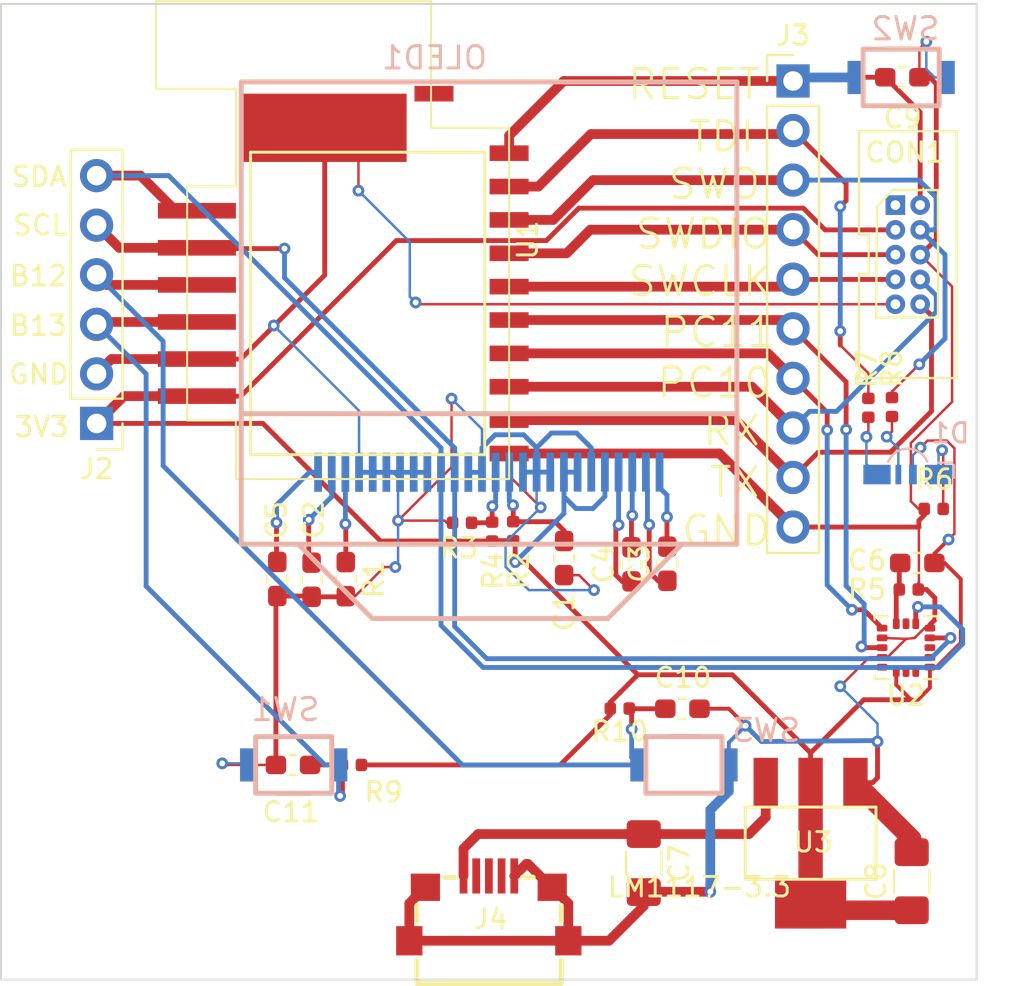
<source format=kicad_pcb>
(kicad_pcb (version 20171130) (host pcbnew "(5.1.5-0-10_14)")

  (general
    (thickness 1.6)
    (drawings 24)
    (tracks 461)
    (zones 0)
    (modules 33)
    (nets 41)
  )

  (page A4)
  (layers
    (0 F.Cu signal)
    (31 B.Cu signal)
    (32 B.Adhes user)
    (33 F.Adhes user)
    (34 B.Paste user)
    (35 F.Paste user)
    (36 B.SilkS user)
    (37 F.SilkS user)
    (38 B.Mask user)
    (39 F.Mask user)
    (40 Dwgs.User user)
    (41 Cmts.User user)
    (42 Eco1.User user)
    (43 Eco2.User user)
    (44 Edge.Cuts user)
    (45 Margin user)
    (46 B.CrtYd user)
    (47 F.CrtYd user)
    (48 B.Fab user)
    (49 F.Fab user hide)
  )

  (setup
    (last_trace_width 0.127)
    (user_trace_width 0.2)
    (user_trace_width 0.25)
    (user_trace_width 0.5)
    (user_trace_width 1)
    (trace_clearance 0.127)
    (zone_clearance 0.508)
    (zone_45_only no)
    (trace_min 0.127)
    (via_size 0.8)
    (via_drill 0.4)
    (via_min_size 0.4)
    (via_min_drill 0.3)
    (user_via 0.6 0.3)
    (uvia_size 0.3)
    (uvia_drill 0.1)
    (uvias_allowed no)
    (uvia_min_size 0.2)
    (uvia_min_drill 0.1)
    (edge_width 0.05)
    (segment_width 0.2)
    (pcb_text_width 0.3)
    (pcb_text_size 1.5 1.5)
    (mod_edge_width 0.12)
    (mod_text_size 1 1)
    (mod_text_width 0.15)
    (pad_size 1.524 1.524)
    (pad_drill 0.762)
    (pad_to_mask_clearance 0.051)
    (solder_mask_min_width 0.25)
    (aux_axis_origin 0 0)
    (grid_origin 141.02 124.46)
    (visible_elements FFFFFF7F)
    (pcbplotparams
      (layerselection 0x010fc_ffffffff)
      (usegerberextensions false)
      (usegerberattributes false)
      (usegerberadvancedattributes false)
      (creategerberjobfile false)
      (excludeedgelayer true)
      (linewidth 0.100000)
      (plotframeref false)
      (viasonmask false)
      (mode 1)
      (useauxorigin false)
      (hpglpennumber 1)
      (hpglpenspeed 20)
      (hpglpendiameter 15.000000)
      (psnegative false)
      (psa4output false)
      (plotreference true)
      (plotvalue true)
      (plotinvisibletext false)
      (padsonsilk false)
      (subtractmaskfromsilk false)
      (outputformat 1)
      (mirror false)
      (drillshape 0)
      (scaleselection 1)
      (outputdirectory "gerber"))
  )

  (net 0 "")
  (net 1 "Net-(U1-Pad17)")
  (net 2 "Net-(OLED1-Pad13)")
  (net 3 "Net-(OLED1-Pad24)")
  (net 4 "Net-(U2-Pad16)")
  (net 5 "Net-(U2-Pad15)")
  (net 6 "Net-(U2-Pad13)")
  (net 7 "Net-(U2-Pad7)")
  (net 8 "Net-(U2-Pad3)")
  (net 9 "Net-(U2-Pad2)")
  (net 10 "Net-(C1-Pad2)")
  (net 11 GND)
  (net 12 "Net-(C2-Pad2)")
  (net 13 "Net-(C3-Pad2)")
  (net 14 "Net-(C3-Pad1)")
  (net 15 "Net-(C4-Pad2)")
  (net 16 "Net-(C4-Pad1)")
  (net 17 "Net-(C5-Pad2)")
  (net 18 /I2C_SCL)
  (net 19 /I2C_SDA)
  (net 20 +3V3)
  (net 21 /UART_TX)
  (net 22 /DBG_SWCLK)
  (net 23 /UART_RX)
  (net 24 /DBG_SWDIO)
  (net 25 /DBG_SWO)
  (net 26 /RESETn)
  (net 27 +5V)
  (net 28 /DBG_TDI)
  (net 29 "Net-(J4-Pad2)")
  (net 30 "Net-(J4-Pad3)")
  (net 31 "Net-(J4-Pad4)")
  (net 32 "Net-(D1-Pad3)")
  (net 33 "Net-(D1-Pad4)")
  (net 34 "Net-(D1-Pad1)")
  (net 35 "Net-(C6-Pad1)")
  (net 36 /PB12)
  (net 37 /PB13)
  (net 38 /PC10)
  (net 39 /PC11)
  (net 40 "Net-(CON1-Pad1)")

  (net_class Default "This is the default net class."
    (clearance 0.127)
    (trace_width 0.127)
    (via_dia 0.8)
    (via_drill 0.4)
    (uvia_dia 0.3)
    (uvia_drill 0.1)
    (add_net +3V3)
    (add_net +5V)
    (add_net /DBG_SWCLK)
    (add_net /DBG_SWDIO)
    (add_net /DBG_SWO)
    (add_net /DBG_TDI)
    (add_net /I2C_SCL)
    (add_net /I2C_SDA)
    (add_net /PB12)
    (add_net /PB13)
    (add_net /PC10)
    (add_net /PC11)
    (add_net /RESETn)
    (add_net /UART_RX)
    (add_net /UART_TX)
    (add_net GND)
    (add_net "Net-(C1-Pad2)")
    (add_net "Net-(C2-Pad2)")
    (add_net "Net-(C3-Pad1)")
    (add_net "Net-(C3-Pad2)")
    (add_net "Net-(C4-Pad1)")
    (add_net "Net-(C4-Pad2)")
    (add_net "Net-(C5-Pad2)")
    (add_net "Net-(C6-Pad1)")
    (add_net "Net-(CON1-Pad1)")
    (add_net "Net-(D1-Pad1)")
    (add_net "Net-(D1-Pad3)")
    (add_net "Net-(D1-Pad4)")
    (add_net "Net-(J4-Pad2)")
    (add_net "Net-(J4-Pad3)")
    (add_net "Net-(J4-Pad4)")
    (add_net "Net-(OLED1-Pad13)")
    (add_net "Net-(OLED1-Pad24)")
    (add_net "Net-(U1-Pad17)")
    (add_net "Net-(U2-Pad13)")
    (add_net "Net-(U2-Pad15)")
    (add_net "Net-(U2-Pad16)")
    (add_net "Net-(U2-Pad2)")
    (add_net "Net-(U2-Pad3)")
    (add_net "Net-(U2-Pad7)")
  )

  (module Capacitor_SMD:C_0603_1608Metric_Pad1.05x0.95mm_HandSolder (layer F.Cu) (tedit 5B301BBE) (tstamp 5F6574FF)
    (at 114.965 139)
    (descr "Capacitor SMD 0603 (1608 Metric), square (rectangular) end terminal, IPC_7351 nominal with elongated pad for handsoldering. (Body size source: http://www.tortai-tech.com/upload/download/2011102023233369053.pdf), generated with kicad-footprint-generator")
    (tags "capacitor handsolder")
    (path /5F6CA111)
    (attr smd)
    (fp_text reference C11 (at -0.105 2.41) (layer F.SilkS)
      (effects (font (size 1 1) (thickness 0.15)))
    )
    (fp_text value 470nf (at 0 1.43) (layer F.Fab)
      (effects (font (size 1 1) (thickness 0.15)))
    )
    (fp_text user %R (at 0 0) (layer F.Fab)
      (effects (font (size 0.4 0.4) (thickness 0.06)))
    )
    (fp_line (start 1.65 0.73) (end -1.65 0.73) (layer F.CrtYd) (width 0.05))
    (fp_line (start 1.65 -0.73) (end 1.65 0.73) (layer F.CrtYd) (width 0.05))
    (fp_line (start -1.65 -0.73) (end 1.65 -0.73) (layer F.CrtYd) (width 0.05))
    (fp_line (start -1.65 0.73) (end -1.65 -0.73) (layer F.CrtYd) (width 0.05))
    (fp_line (start -0.171267 0.51) (end 0.171267 0.51) (layer F.SilkS) (width 0.12))
    (fp_line (start -0.171267 -0.51) (end 0.171267 -0.51) (layer F.SilkS) (width 0.12))
    (fp_line (start 0.8 0.4) (end -0.8 0.4) (layer F.Fab) (width 0.1))
    (fp_line (start 0.8 -0.4) (end 0.8 0.4) (layer F.Fab) (width 0.1))
    (fp_line (start -0.8 -0.4) (end 0.8 -0.4) (layer F.Fab) (width 0.1))
    (fp_line (start -0.8 0.4) (end -0.8 -0.4) (layer F.Fab) (width 0.1))
    (pad 2 smd roundrect (at 0.875 0) (size 1.05 0.95) (layers F.Cu F.Paste F.Mask) (roundrect_rratio 0.25)
      (net 37 /PB13))
    (pad 1 smd roundrect (at -0.875 0) (size 1.05 0.95) (layers F.Cu F.Paste F.Mask) (roundrect_rratio 0.25)
      (net 11 GND))
    (model ${KISYS3DMOD}/Capacitor_SMD.3dshapes/C_0603_1608Metric.wrl
      (at (xyz 0 0 0))
      (scale (xyz 1 1 1))
      (rotate (xyz 0 0 0))
    )
  )

  (module Capacitor_SMD:C_0603_1608Metric_Pad1.05x0.95mm_HandSolder (layer F.Cu) (tedit 5B301BBE) (tstamp 5F6574EE)
    (at 134.92 136.12 180)
    (descr "Capacitor SMD 0603 (1608 Metric), square (rectangular) end terminal, IPC_7351 nominal with elongated pad for handsoldering. (Body size source: http://www.tortai-tech.com/upload/download/2011102023233369053.pdf), generated with kicad-footprint-generator")
    (tags "capacitor handsolder")
    (path /5F6D901F)
    (attr smd)
    (fp_text reference C10 (at -0.03 1.59) (layer F.SilkS)
      (effects (font (size 1 1) (thickness 0.15)))
    )
    (fp_text value 470nf (at 0 1.43) (layer F.Fab)
      (effects (font (size 1 1) (thickness 0.15)))
    )
    (fp_text user %R (at 0 0) (layer F.Fab)
      (effects (font (size 0.4 0.4) (thickness 0.06)))
    )
    (fp_line (start 1.65 0.73) (end -1.65 0.73) (layer F.CrtYd) (width 0.05))
    (fp_line (start 1.65 -0.73) (end 1.65 0.73) (layer F.CrtYd) (width 0.05))
    (fp_line (start -1.65 -0.73) (end 1.65 -0.73) (layer F.CrtYd) (width 0.05))
    (fp_line (start -1.65 0.73) (end -1.65 -0.73) (layer F.CrtYd) (width 0.05))
    (fp_line (start -0.171267 0.51) (end 0.171267 0.51) (layer F.SilkS) (width 0.12))
    (fp_line (start -0.171267 -0.51) (end 0.171267 -0.51) (layer F.SilkS) (width 0.12))
    (fp_line (start 0.8 0.4) (end -0.8 0.4) (layer F.Fab) (width 0.1))
    (fp_line (start 0.8 -0.4) (end 0.8 0.4) (layer F.Fab) (width 0.1))
    (fp_line (start -0.8 -0.4) (end 0.8 -0.4) (layer F.Fab) (width 0.1))
    (fp_line (start -0.8 0.4) (end -0.8 -0.4) (layer F.Fab) (width 0.1))
    (pad 2 smd roundrect (at 0.875 0 180) (size 1.05 0.95) (layers F.Cu F.Paste F.Mask) (roundrect_rratio 0.25)
      (net 36 /PB12))
    (pad 1 smd roundrect (at -0.875 0 180) (size 1.05 0.95) (layers F.Cu F.Paste F.Mask) (roundrect_rratio 0.25)
      (net 11 GND))
    (model ${KISYS3DMOD}/Capacitor_SMD.3dshapes/C_0603_1608Metric.wrl
      (at (xyz 0 0 0))
      (scale (xyz 1 1 1))
      (rotate (xyz 0 0 0))
    )
  )

  (module mybays_connector:turtlekey (layer B.Cu) (tedit 5F49291D) (tstamp 5F656E42)
    (at 135 139)
    (path /5F6C0B26)
    (fp_text reference SW3 (at 2.38 -1.77) (layer B.SilkS)
      (effects (font (size 1.143 1.143) (thickness 0.1524)) (justify right mirror))
    )
    (fp_text value SW_Push (at 0.043967 6.015482) (layer B.Fab)
      (effects (font (size 1.143 1.143) (thickness 0.1524)) (justify right mirror))
    )
    (fp_line (start -1.949958 1.450086) (end 1.949958 1.450086) (layer B.SilkS) (width 0.254))
    (fp_line (start 1.949958 1.450086) (end 1.949958 -1.449832) (layer B.SilkS) (width 0.254))
    (fp_line (start 1.949958 -1.449832) (end -1.949958 -1.449832) (layer B.SilkS) (width 0.254))
    (fp_line (start -1.949958 -1.449832) (end -1.949958 1.450086) (layer B.SilkS) (width 0.254))
    (fp_line (start -0.855726 -1.459992) (end 0.844296 -1.459992) (layer B.SilkS) (width 0.254))
    (pad 1 smd rect (at -2.29997 0) (size 0.899998 1.699997) (layers B.Cu B.Paste B.Mask)
      (net 36 /PB12))
    (pad 2 smd rect (at 2.29997 0) (size 0.899998 1.699997) (layers B.Cu B.Paste B.Mask)
      (net 11 GND))
  )

  (module Resistor_SMD:R_0402_1005Metric (layer F.Cu) (tedit 5B301BBD) (tstamp 5F656E0F)
    (at 131.71 136.11 180)
    (descr "Resistor SMD 0402 (1005 Metric), square (rectangular) end terminal, IPC_7351 nominal, (Body size source: http://www.tortai-tech.com/upload/download/2011102023233369053.pdf), generated with kicad-footprint-generator")
    (tags resistor)
    (path /5F6C0B36)
    (attr smd)
    (fp_text reference R10 (at 0 -1.17) (layer F.SilkS)
      (effects (font (size 1 1) (thickness 0.15)))
    )
    (fp_text value 4.7k (at 0 1.17) (layer F.Fab)
      (effects (font (size 1 1) (thickness 0.15)))
    )
    (fp_text user %R (at 0 0) (layer F.Fab)
      (effects (font (size 0.25 0.25) (thickness 0.04)))
    )
    (fp_line (start 0.93 0.47) (end -0.93 0.47) (layer F.CrtYd) (width 0.05))
    (fp_line (start 0.93 -0.47) (end 0.93 0.47) (layer F.CrtYd) (width 0.05))
    (fp_line (start -0.93 -0.47) (end 0.93 -0.47) (layer F.CrtYd) (width 0.05))
    (fp_line (start -0.93 0.47) (end -0.93 -0.47) (layer F.CrtYd) (width 0.05))
    (fp_line (start 0.5 0.25) (end -0.5 0.25) (layer F.Fab) (width 0.1))
    (fp_line (start 0.5 -0.25) (end 0.5 0.25) (layer F.Fab) (width 0.1))
    (fp_line (start -0.5 -0.25) (end 0.5 -0.25) (layer F.Fab) (width 0.1))
    (fp_line (start -0.5 0.25) (end -0.5 -0.25) (layer F.Fab) (width 0.1))
    (pad 2 smd roundrect (at 0.485 0 180) (size 0.59 0.64) (layers F.Cu F.Paste F.Mask) (roundrect_rratio 0.25)
      (net 20 +3V3))
    (pad 1 smd roundrect (at -0.485 0 180) (size 0.59 0.64) (layers F.Cu F.Paste F.Mask) (roundrect_rratio 0.25)
      (net 36 /PB12))
    (model ${KISYS3DMOD}/Resistor_SMD.3dshapes/R_0402_1005Metric.wrl
      (at (xyz 0 0 0))
      (scale (xyz 1 1 1))
      (rotate (xyz 0 0 0))
    )
  )

  (module Capacitor_SMD:C_1206_3216Metric_Pad1.42x1.75mm_HandSolder (layer F.Cu) (tedit 5B301BBE) (tstamp 5F603B98)
    (at 146.67 144.96 90)
    (descr "Capacitor SMD 1206 (3216 Metric), square (rectangular) end terminal, IPC_7351 nominal with elongated pad for handsoldering. (Body size source: http://www.tortai-tech.com/upload/download/2011102023233369053.pdf), generated with kicad-footprint-generator")
    (tags "capacitor handsolder")
    (path /5F7A5501)
    (attr smd)
    (fp_text reference C8 (at 0 -1.82 90) (layer F.SilkS)
      (effects (font (size 1 1) (thickness 0.15)))
    )
    (fp_text value 4.7u (at 0 1.82 90) (layer F.Fab)
      (effects (font (size 1 1) (thickness 0.15)))
    )
    (fp_text user %R (at 0 0 90) (layer F.Fab)
      (effects (font (size 0.8 0.8) (thickness 0.12)))
    )
    (fp_line (start 2.45 1.12) (end -2.45 1.12) (layer F.CrtYd) (width 0.05))
    (fp_line (start 2.45 -1.12) (end 2.45 1.12) (layer F.CrtYd) (width 0.05))
    (fp_line (start -2.45 -1.12) (end 2.45 -1.12) (layer F.CrtYd) (width 0.05))
    (fp_line (start -2.45 1.12) (end -2.45 -1.12) (layer F.CrtYd) (width 0.05))
    (fp_line (start -0.602064 0.91) (end 0.602064 0.91) (layer F.SilkS) (width 0.12))
    (fp_line (start -0.602064 -0.91) (end 0.602064 -0.91) (layer F.SilkS) (width 0.12))
    (fp_line (start 1.6 0.8) (end -1.6 0.8) (layer F.Fab) (width 0.1))
    (fp_line (start 1.6 -0.8) (end 1.6 0.8) (layer F.Fab) (width 0.1))
    (fp_line (start -1.6 -0.8) (end 1.6 -0.8) (layer F.Fab) (width 0.1))
    (fp_line (start -1.6 0.8) (end -1.6 -0.8) (layer F.Fab) (width 0.1))
    (pad 2 smd roundrect (at 1.4875 0 90) (size 1.425 1.75) (layers F.Cu F.Paste F.Mask) (roundrect_rratio 0.175439)
      (net 11 GND))
    (pad 1 smd roundrect (at -1.4875 0 90) (size 1.425 1.75) (layers F.Cu F.Paste F.Mask) (roundrect_rratio 0.175439)
      (net 20 +3V3))
    (model ${KISYS3DMOD}/Capacitor_SMD.3dshapes/C_1206_3216Metric.wrl
      (at (xyz 0 0 0))
      (scale (xyz 1 1 1))
      (rotate (xyz 0 0 0))
    )
  )

  (module Capacitor_SMD:C_1206_3216Metric_Pad1.42x1.75mm_HandSolder (layer F.Cu) (tedit 5B301BBE) (tstamp 5F603B87)
    (at 132.94 144.03 270)
    (descr "Capacitor SMD 1206 (3216 Metric), square (rectangular) end terminal, IPC_7351 nominal with elongated pad for handsoldering. (Body size source: http://www.tortai-tech.com/upload/download/2011102023233369053.pdf), generated with kicad-footprint-generator")
    (tags "capacitor handsolder")
    (path /5F7A4F8B)
    (attr smd)
    (fp_text reference C7 (at 0 -1.82 90) (layer F.SilkS)
      (effects (font (size 1 1) (thickness 0.15)))
    )
    (fp_text value 4.7u (at 0 1.82 90) (layer F.Fab)
      (effects (font (size 1 1) (thickness 0.15)))
    )
    (fp_text user %R (at 0 0 90) (layer F.Fab)
      (effects (font (size 0.8 0.8) (thickness 0.12)))
    )
    (fp_line (start 2.45 1.12) (end -2.45 1.12) (layer F.CrtYd) (width 0.05))
    (fp_line (start 2.45 -1.12) (end 2.45 1.12) (layer F.CrtYd) (width 0.05))
    (fp_line (start -2.45 -1.12) (end 2.45 -1.12) (layer F.CrtYd) (width 0.05))
    (fp_line (start -2.45 1.12) (end -2.45 -1.12) (layer F.CrtYd) (width 0.05))
    (fp_line (start -0.602064 0.91) (end 0.602064 0.91) (layer F.SilkS) (width 0.12))
    (fp_line (start -0.602064 -0.91) (end 0.602064 -0.91) (layer F.SilkS) (width 0.12))
    (fp_line (start 1.6 0.8) (end -1.6 0.8) (layer F.Fab) (width 0.1))
    (fp_line (start 1.6 -0.8) (end 1.6 0.8) (layer F.Fab) (width 0.1))
    (fp_line (start -1.6 -0.8) (end 1.6 -0.8) (layer F.Fab) (width 0.1))
    (fp_line (start -1.6 0.8) (end -1.6 -0.8) (layer F.Fab) (width 0.1))
    (pad 2 smd roundrect (at 1.4875 0 270) (size 1.425 1.75) (layers F.Cu F.Paste F.Mask) (roundrect_rratio 0.175439)
      (net 11 GND))
    (pad 1 smd roundrect (at -1.4875 0 270) (size 1.425 1.75) (layers F.Cu F.Paste F.Mask) (roundrect_rratio 0.175439)
      (net 27 +5V))
    (model ${KISYS3DMOD}/Capacitor_SMD.3dshapes/C_1206_3216Metric.wrl
      (at (xyz 0 0 0))
      (scale (xyz 1 1 1))
      (rotate (xyz 0 0 0))
    )
  )

  (module Resistor_SMD:R_0402_1005Metric (layer F.Cu) (tedit 5B301BBD) (tstamp 5F604F62)
    (at 117.985 139)
    (descr "Resistor SMD 0402 (1005 Metric), square (rectangular) end terminal, IPC_7351 nominal, (Body size source: http://www.tortai-tech.com/upload/download/2011102023233369053.pdf), generated with kicad-footprint-generator")
    (tags resistor)
    (path /5F7F0AA9)
    (attr smd)
    (fp_text reference R9 (at 1.625 1.39) (layer F.SilkS)
      (effects (font (size 1 1) (thickness 0.15)))
    )
    (fp_text value 4.7k (at 0 1.17) (layer F.Fab)
      (effects (font (size 1 1) (thickness 0.15)))
    )
    (fp_text user %R (at 0 0) (layer F.Fab)
      (effects (font (size 0.25 0.25) (thickness 0.04)))
    )
    (fp_line (start 0.93 0.47) (end -0.93 0.47) (layer F.CrtYd) (width 0.05))
    (fp_line (start 0.93 -0.47) (end 0.93 0.47) (layer F.CrtYd) (width 0.05))
    (fp_line (start -0.93 -0.47) (end 0.93 -0.47) (layer F.CrtYd) (width 0.05))
    (fp_line (start -0.93 0.47) (end -0.93 -0.47) (layer F.CrtYd) (width 0.05))
    (fp_line (start 0.5 0.25) (end -0.5 0.25) (layer F.Fab) (width 0.1))
    (fp_line (start 0.5 -0.25) (end 0.5 0.25) (layer F.Fab) (width 0.1))
    (fp_line (start -0.5 -0.25) (end 0.5 -0.25) (layer F.Fab) (width 0.1))
    (fp_line (start -0.5 0.25) (end -0.5 -0.25) (layer F.Fab) (width 0.1))
    (pad 2 smd roundrect (at 0.485 0) (size 0.59 0.64) (layers F.Cu F.Paste F.Mask) (roundrect_rratio 0.25)
      (net 20 +3V3))
    (pad 1 smd roundrect (at -0.485 0) (size 0.59 0.64) (layers F.Cu F.Paste F.Mask) (roundrect_rratio 0.25)
      (net 37 /PB13))
    (model ${KISYS3DMOD}/Resistor_SMD.3dshapes/R_0402_1005Metric.wrl
      (at (xyz 0 0 0))
      (scale (xyz 1 1 1))
      (rotate (xyz 0 0 0))
    )
  )

  (module Resistor_SMD:R_0402_1005Metric (layer F.Cu) (tedit 5B301BBD) (tstamp 5F5F973D)
    (at 145.66 120.66 90)
    (descr "Resistor SMD 0402 (1005 Metric), square (rectangular) end terminal, IPC_7351 nominal, (Body size source: http://www.tortai-tech.com/upload/download/2011102023233369053.pdf), generated with kicad-footprint-generator")
    (tags resistor)
    (path /5F74FA00)
    (attr smd)
    (fp_text reference R8 (at 1.97 -0.02 90) (layer F.SilkS)
      (effects (font (size 1 1) (thickness 0.15)))
    )
    (fp_text value 1k (at 0 1.17 90) (layer F.Fab)
      (effects (font (size 1 1) (thickness 0.15)))
    )
    (fp_text user %R (at 0 0 90) (layer F.Fab)
      (effects (font (size 0.25 0.25) (thickness 0.04)))
    )
    (fp_line (start 0.93 0.47) (end -0.93 0.47) (layer F.CrtYd) (width 0.05))
    (fp_line (start 0.93 -0.47) (end 0.93 0.47) (layer F.CrtYd) (width 0.05))
    (fp_line (start -0.93 -0.47) (end 0.93 -0.47) (layer F.CrtYd) (width 0.05))
    (fp_line (start -0.93 0.47) (end -0.93 -0.47) (layer F.CrtYd) (width 0.05))
    (fp_line (start 0.5 0.25) (end -0.5 0.25) (layer F.Fab) (width 0.1))
    (fp_line (start 0.5 -0.25) (end 0.5 0.25) (layer F.Fab) (width 0.1))
    (fp_line (start -0.5 -0.25) (end 0.5 -0.25) (layer F.Fab) (width 0.1))
    (fp_line (start -0.5 0.25) (end -0.5 -0.25) (layer F.Fab) (width 0.1))
    (pad 2 smd roundrect (at 0.485 0 90) (size 0.59 0.64) (layers F.Cu F.Paste F.Mask) (roundrect_rratio 0.25)
      (net 25 /DBG_SWO))
    (pad 1 smd roundrect (at -0.485 0 90) (size 0.59 0.64) (layers F.Cu F.Paste F.Mask) (roundrect_rratio 0.25)
      (net 32 "Net-(D1-Pad3)"))
    (model ${KISYS3DMOD}/Resistor_SMD.3dshapes/R_0402_1005Metric.wrl
      (at (xyz 0 0 0))
      (scale (xyz 1 1 1))
      (rotate (xyz 0 0 0))
    )
  )

  (module Resistor_SMD:R_0402_1005Metric (layer F.Cu) (tedit 5B301BBD) (tstamp 5F5F972C)
    (at 144.45 120.7 90)
    (descr "Resistor SMD 0402 (1005 Metric), square (rectangular) end terminal, IPC_7351 nominal, (Body size source: http://www.tortai-tech.com/upload/download/2011102023233369053.pdf), generated with kicad-footprint-generator")
    (tags resistor)
    (path /5F74F6CE)
    (attr smd)
    (fp_text reference R7 (at 1.99 -0.07 90) (layer F.SilkS)
      (effects (font (size 1 1) (thickness 0.15)))
    )
    (fp_text value 1k (at 0 1.17 90) (layer F.Fab)
      (effects (font (size 1 1) (thickness 0.15)))
    )
    (fp_text user %R (at 0 0 90) (layer F.Fab)
      (effects (font (size 0.25 0.25) (thickness 0.04)))
    )
    (fp_line (start 0.93 0.47) (end -0.93 0.47) (layer F.CrtYd) (width 0.05))
    (fp_line (start 0.93 -0.47) (end 0.93 0.47) (layer F.CrtYd) (width 0.05))
    (fp_line (start -0.93 -0.47) (end 0.93 -0.47) (layer F.CrtYd) (width 0.05))
    (fp_line (start -0.93 0.47) (end -0.93 -0.47) (layer F.CrtYd) (width 0.05))
    (fp_line (start 0.5 0.25) (end -0.5 0.25) (layer F.Fab) (width 0.1))
    (fp_line (start 0.5 -0.25) (end 0.5 0.25) (layer F.Fab) (width 0.1))
    (fp_line (start -0.5 -0.25) (end 0.5 -0.25) (layer F.Fab) (width 0.1))
    (fp_line (start -0.5 0.25) (end -0.5 -0.25) (layer F.Fab) (width 0.1))
    (pad 2 smd roundrect (at 0.485 0 90) (size 0.59 0.64) (layers F.Cu F.Paste F.Mask) (roundrect_rratio 0.25)
      (net 28 /DBG_TDI))
    (pad 1 smd roundrect (at -0.485 0 90) (size 0.59 0.64) (layers F.Cu F.Paste F.Mask) (roundrect_rratio 0.25)
      (net 33 "Net-(D1-Pad4)"))
    (model ${KISYS3DMOD}/Resistor_SMD.3dshapes/R_0402_1005Metric.wrl
      (at (xyz 0 0 0))
      (scale (xyz 1 1 1))
      (rotate (xyz 0 0 0))
    )
  )

  (module Resistor_SMD:R_0402_1005Metric (layer F.Cu) (tedit 5B301BBD) (tstamp 5F5F971B)
    (at 147.8 125.88 180)
    (descr "Resistor SMD 0402 (1005 Metric), square (rectangular) end terminal, IPC_7351 nominal, (Body size source: http://www.tortai-tech.com/upload/download/2011102023233369053.pdf), generated with kicad-footprint-generator")
    (tags resistor)
    (path /5F74E745)
    (attr smd)
    (fp_text reference R6 (at -0.03 1.51) (layer F.SilkS)
      (effects (font (size 1 1) (thickness 0.15)))
    )
    (fp_text value 1k (at 0 1.17) (layer F.Fab)
      (effects (font (size 1 1) (thickness 0.15)))
    )
    (fp_text user %R (at 0 0) (layer F.Fab)
      (effects (font (size 0.25 0.25) (thickness 0.04)))
    )
    (fp_line (start 0.93 0.47) (end -0.93 0.47) (layer F.CrtYd) (width 0.05))
    (fp_line (start 0.93 -0.47) (end 0.93 0.47) (layer F.CrtYd) (width 0.05))
    (fp_line (start -0.93 -0.47) (end 0.93 -0.47) (layer F.CrtYd) (width 0.05))
    (fp_line (start -0.93 0.47) (end -0.93 -0.47) (layer F.CrtYd) (width 0.05))
    (fp_line (start 0.5 0.25) (end -0.5 0.25) (layer F.Fab) (width 0.1))
    (fp_line (start 0.5 -0.25) (end 0.5 0.25) (layer F.Fab) (width 0.1))
    (fp_line (start -0.5 -0.25) (end 0.5 -0.25) (layer F.Fab) (width 0.1))
    (fp_line (start -0.5 0.25) (end -0.5 -0.25) (layer F.Fab) (width 0.1))
    (pad 2 smd roundrect (at 0.485 0 180) (size 0.59 0.64) (layers F.Cu F.Paste F.Mask) (roundrect_rratio 0.25)
      (net 11 GND))
    (pad 1 smd roundrect (at -0.485 0 180) (size 0.59 0.64) (layers F.Cu F.Paste F.Mask) (roundrect_rratio 0.25)
      (net 34 "Net-(D1-Pad1)"))
    (model ${KISYS3DMOD}/Resistor_SMD.3dshapes/R_0402_1005Metric.wrl
      (at (xyz 0 0 0))
      (scale (xyz 1 1 1))
      (rotate (xyz 0 0 0))
    )
  )

  (module Resistor_SMD:R_0402_1005Metric (layer F.Cu) (tedit 5B301BBD) (tstamp 5F5E988E)
    (at 146.52 130.01 180)
    (descr "Resistor SMD 0402 (1005 Metric), square (rectangular) end terminal, IPC_7351 nominal, (Body size source: http://www.tortai-tech.com/upload/download/2011102023233369053.pdf), generated with kicad-footprint-generator")
    (tags resistor)
    (path /5F61BFFB)
    (attr smd)
    (fp_text reference R5 (at 2.14 -0.01) (layer F.SilkS)
      (effects (font (size 1 1) (thickness 0.15)))
    )
    (fp_text value 10k (at 0 1.17) (layer F.Fab)
      (effects (font (size 1 1) (thickness 0.15)))
    )
    (fp_text user %R (at 0 0) (layer F.Fab)
      (effects (font (size 0.25 0.25) (thickness 0.04)))
    )
    (fp_line (start 0.93 0.47) (end -0.93 0.47) (layer F.CrtYd) (width 0.05))
    (fp_line (start 0.93 -0.47) (end 0.93 0.47) (layer F.CrtYd) (width 0.05))
    (fp_line (start -0.93 -0.47) (end 0.93 -0.47) (layer F.CrtYd) (width 0.05))
    (fp_line (start -0.93 0.47) (end -0.93 -0.47) (layer F.CrtYd) (width 0.05))
    (fp_line (start 0.5 0.25) (end -0.5 0.25) (layer F.Fab) (width 0.1))
    (fp_line (start 0.5 -0.25) (end 0.5 0.25) (layer F.Fab) (width 0.1))
    (fp_line (start -0.5 -0.25) (end 0.5 -0.25) (layer F.Fab) (width 0.1))
    (fp_line (start -0.5 0.25) (end -0.5 -0.25) (layer F.Fab) (width 0.1))
    (pad 2 smd roundrect (at 0.485 0 180) (size 0.59 0.64) (layers F.Cu F.Paste F.Mask) (roundrect_rratio 0.25)
      (net 35 "Net-(C6-Pad1)"))
    (pad 1 smd roundrect (at -0.485 0 180) (size 0.59 0.64) (layers F.Cu F.Paste F.Mask) (roundrect_rratio 0.25)
      (net 11 GND))
    (model ${KISYS3DMOD}/Resistor_SMD.3dshapes/R_0402_1005Metric.wrl
      (at (xyz 0 0 0))
      (scale (xyz 1 1 1))
      (rotate (xyz 0 0 0))
    )
  )

  (module Resistor_SMD:R_0402_1005Metric (layer F.Cu) (tedit 5B301BBD) (tstamp 5F5E987D)
    (at 125.17 127.04 270)
    (descr "Resistor SMD 0402 (1005 Metric), square (rectangular) end terminal, IPC_7351 nominal, (Body size source: http://www.tortai-tech.com/upload/download/2011102023233369053.pdf), generated with kicad-footprint-generator")
    (tags resistor)
    (path /5F5FDCD4)
    (attr smd)
    (fp_text reference R4 (at 2.01 -0.05 90) (layer F.SilkS)
      (effects (font (size 1 1) (thickness 0.15)))
    )
    (fp_text value 1k (at 0 1.17 90) (layer F.Fab)
      (effects (font (size 1 1) (thickness 0.15)))
    )
    (fp_text user %R (at 0 0 90) (layer F.Fab)
      (effects (font (size 0.25 0.25) (thickness 0.04)))
    )
    (fp_line (start 0.93 0.47) (end -0.93 0.47) (layer F.CrtYd) (width 0.05))
    (fp_line (start 0.93 -0.47) (end 0.93 0.47) (layer F.CrtYd) (width 0.05))
    (fp_line (start -0.93 -0.47) (end 0.93 -0.47) (layer F.CrtYd) (width 0.05))
    (fp_line (start -0.93 0.47) (end -0.93 -0.47) (layer F.CrtYd) (width 0.05))
    (fp_line (start 0.5 0.25) (end -0.5 0.25) (layer F.Fab) (width 0.1))
    (fp_line (start 0.5 -0.25) (end 0.5 0.25) (layer F.Fab) (width 0.1))
    (fp_line (start -0.5 -0.25) (end 0.5 -0.25) (layer F.Fab) (width 0.1))
    (fp_line (start -0.5 0.25) (end -0.5 -0.25) (layer F.Fab) (width 0.1))
    (pad 2 smd roundrect (at 0.485 0 270) (size 0.59 0.64) (layers F.Cu F.Paste F.Mask) (roundrect_rratio 0.25)
      (net 20 +3V3))
    (pad 1 smd roundrect (at -0.485 0 270) (size 0.59 0.64) (layers F.Cu F.Paste F.Mask) (roundrect_rratio 0.25)
      (net 2 "Net-(OLED1-Pad13)"))
    (model ${KISYS3DMOD}/Resistor_SMD.3dshapes/R_0402_1005Metric.wrl
      (at (xyz 0 0 0))
      (scale (xyz 1 1 1))
      (rotate (xyz 0 0 0))
    )
  )

  (module Resistor_SMD:R_0402_1005Metric (layer F.Cu) (tedit 5B301BBD) (tstamp 5F5E986C)
    (at 123.63 126.59 180)
    (descr "Resistor SMD 0402 (1005 Metric), square (rectangular) end terminal, IPC_7351 nominal, (Body size source: http://www.tortai-tech.com/upload/download/2011102023233369053.pdf), generated with kicad-footprint-generator")
    (tags resistor)
    (path /5F5FB1B1)
    (attr smd)
    (fp_text reference R3 (at 0.16 -1.3) (layer F.SilkS)
      (effects (font (size 1 1) (thickness 0.15)))
    )
    (fp_text value 1k (at 0 1.17) (layer F.Fab)
      (effects (font (size 1 1) (thickness 0.15)))
    )
    (fp_text user %R (at 0 0) (layer F.Fab)
      (effects (font (size 0.25 0.25) (thickness 0.04)))
    )
    (fp_line (start 0.93 0.47) (end -0.93 0.47) (layer F.CrtYd) (width 0.05))
    (fp_line (start 0.93 -0.47) (end 0.93 0.47) (layer F.CrtYd) (width 0.05))
    (fp_line (start -0.93 -0.47) (end 0.93 -0.47) (layer F.CrtYd) (width 0.05))
    (fp_line (start -0.93 0.47) (end -0.93 -0.47) (layer F.CrtYd) (width 0.05))
    (fp_line (start 0.5 0.25) (end -0.5 0.25) (layer F.Fab) (width 0.1))
    (fp_line (start 0.5 -0.25) (end 0.5 0.25) (layer F.Fab) (width 0.1))
    (fp_line (start -0.5 -0.25) (end 0.5 -0.25) (layer F.Fab) (width 0.1))
    (fp_line (start -0.5 0.25) (end -0.5 -0.25) (layer F.Fab) (width 0.1))
    (pad 2 smd roundrect (at 0.485 0 180) (size 0.59 0.64) (layers F.Cu F.Paste F.Mask) (roundrect_rratio 0.25)
      (net 11 GND))
    (pad 1 smd roundrect (at -0.485 0 180) (size 0.59 0.64) (layers F.Cu F.Paste F.Mask) (roundrect_rratio 0.25)
      (net 2 "Net-(OLED1-Pad13)"))
    (model ${KISYS3DMOD}/Resistor_SMD.3dshapes/R_0402_1005Metric.wrl
      (at (xyz 0 0 0))
      (scale (xyz 1 1 1))
      (rotate (xyz 0 0 0))
    )
  )

  (module Resistor_SMD:R_0402_1005Metric (layer F.Cu) (tedit 5B301BBD) (tstamp 5F5E985B)
    (at 126.25 127.02 270)
    (descr "Resistor SMD 0402 (1005 Metric), square (rectangular) end terminal, IPC_7351 nominal, (Body size source: http://www.tortai-tech.com/upload/download/2011102023233369053.pdf), generated with kicad-footprint-generator")
    (tags resistor)
    (path /5F603625)
    (attr smd)
    (fp_text reference R2 (at 2.01 -0.28 90) (layer F.SilkS)
      (effects (font (size 1 1) (thickness 0.15)))
    )
    (fp_text value 1k (at 0 1.17 90) (layer F.Fab)
      (effects (font (size 1 1) (thickness 0.15)))
    )
    (fp_text user %R (at 0 0 90) (layer F.Fab)
      (effects (font (size 0.25 0.25) (thickness 0.04)))
    )
    (fp_line (start 0.93 0.47) (end -0.93 0.47) (layer F.CrtYd) (width 0.05))
    (fp_line (start 0.93 -0.47) (end 0.93 0.47) (layer F.CrtYd) (width 0.05))
    (fp_line (start -0.93 -0.47) (end 0.93 -0.47) (layer F.CrtYd) (width 0.05))
    (fp_line (start -0.93 0.47) (end -0.93 -0.47) (layer F.CrtYd) (width 0.05))
    (fp_line (start 0.5 0.25) (end -0.5 0.25) (layer F.Fab) (width 0.1))
    (fp_line (start 0.5 -0.25) (end 0.5 0.25) (layer F.Fab) (width 0.1))
    (fp_line (start -0.5 -0.25) (end 0.5 -0.25) (layer F.Fab) (width 0.1))
    (fp_line (start -0.5 0.25) (end -0.5 -0.25) (layer F.Fab) (width 0.1))
    (pad 2 smd roundrect (at 0.485 0 270) (size 0.59 0.64) (layers F.Cu F.Paste F.Mask) (roundrect_rratio 0.25)
      (net 20 +3V3))
    (pad 1 smd roundrect (at -0.485 0 270) (size 0.59 0.64) (layers F.Cu F.Paste F.Mask) (roundrect_rratio 0.25)
      (net 10 "Net-(C1-Pad2)"))
    (model ${KISYS3DMOD}/Resistor_SMD.3dshapes/R_0402_1005Metric.wrl
      (at (xyz 0 0 0))
      (scale (xyz 1 1 1))
      (rotate (xyz 0 0 0))
    )
  )

  (module Capacitor_SMD:C_0603_1608Metric_Pad1.05x0.95mm_HandSolder (layer F.Cu) (tedit 5B301BBE) (tstamp 5F604440)
    (at 146.19 103.76 180)
    (descr "Capacitor SMD 0603 (1608 Metric), square (rectangular) end terminal, IPC_7351 nominal with elongated pad for handsoldering. (Body size source: http://www.tortai-tech.com/upload/download/2011102023233369053.pdf), generated with kicad-footprint-generator")
    (tags "capacitor handsolder")
    (path /5F7CC257)
    (attr smd)
    (fp_text reference C9 (at -0.02 -2.1) (layer F.SilkS)
      (effects (font (size 1 1) (thickness 0.15)))
    )
    (fp_text value 470nf (at 0 1.43) (layer F.Fab)
      (effects (font (size 1 1) (thickness 0.15)))
    )
    (fp_text user %R (at 0 0) (layer F.Fab)
      (effects (font (size 0.4 0.4) (thickness 0.06)))
    )
    (fp_line (start 1.65 0.73) (end -1.65 0.73) (layer F.CrtYd) (width 0.05))
    (fp_line (start 1.65 -0.73) (end 1.65 0.73) (layer F.CrtYd) (width 0.05))
    (fp_line (start -1.65 -0.73) (end 1.65 -0.73) (layer F.CrtYd) (width 0.05))
    (fp_line (start -1.65 0.73) (end -1.65 -0.73) (layer F.CrtYd) (width 0.05))
    (fp_line (start -0.171267 0.51) (end 0.171267 0.51) (layer F.SilkS) (width 0.12))
    (fp_line (start -0.171267 -0.51) (end 0.171267 -0.51) (layer F.SilkS) (width 0.12))
    (fp_line (start 0.8 0.4) (end -0.8 0.4) (layer F.Fab) (width 0.1))
    (fp_line (start 0.8 -0.4) (end 0.8 0.4) (layer F.Fab) (width 0.1))
    (fp_line (start -0.8 -0.4) (end 0.8 -0.4) (layer F.Fab) (width 0.1))
    (fp_line (start -0.8 0.4) (end -0.8 -0.4) (layer F.Fab) (width 0.1))
    (pad 2 smd roundrect (at 0.875 0 180) (size 1.05 0.95) (layers F.Cu F.Paste F.Mask) (roundrect_rratio 0.25)
      (net 26 /RESETn))
    (pad 1 smd roundrect (at -0.875 0 180) (size 1.05 0.95) (layers F.Cu F.Paste F.Mask) (roundrect_rratio 0.25)
      (net 11 GND))
    (model ${KISYS3DMOD}/Capacitor_SMD.3dshapes/C_0603_1608Metric.wrl
      (at (xyz 0 0 0))
      (scale (xyz 1 1 1))
      (rotate (xyz 0 0 0))
    )
  )

  (module mybays_connector:turtlekey (layer B.Cu) (tedit 5F49291D) (tstamp 5F603E08)
    (at 146.13 103.77)
    (path /5F7BEA91)
    (fp_text reference SW2 (at -1.62 -2.5) (layer B.SilkS)
      (effects (font (size 1.143 1.143) (thickness 0.1524)) (justify right mirror))
    )
    (fp_text value SW_Push (at -4.09 1.99) (layer B.Fab)
      (effects (font (size 1.143 1.143) (thickness 0.1524)) (justify right mirror))
    )
    (fp_line (start -1.949958 1.450086) (end 1.949958 1.450086) (layer B.SilkS) (width 0.254))
    (fp_line (start 1.949958 1.450086) (end 1.949958 -1.449832) (layer B.SilkS) (width 0.254))
    (fp_line (start 1.949958 -1.449832) (end -1.949958 -1.449832) (layer B.SilkS) (width 0.254))
    (fp_line (start -1.949958 -1.449832) (end -1.949958 1.450086) (layer B.SilkS) (width 0.254))
    (fp_line (start -0.855726 -1.459992) (end 0.844296 -1.459992) (layer B.SilkS) (width 0.254))
    (pad 1 smd rect (at -2.29997 0) (size 0.899998 1.699997) (layers B.Cu B.Paste B.Mask)
      (net 26 /RESETn))
    (pad 2 smd rect (at 2.29997 0) (size 0.899998 1.699997) (layers B.Cu B.Paste B.Mask)
      (net 11 GND))
  )

  (module mybays_connector:turtlekey (layer B.Cu) (tedit 5F49291D) (tstamp 5F603DFD)
    (at 115 139 180)
    (path /5F7BDEDA)
    (fp_text reference SW1 (at -1.42 2.84) (layer B.SilkS)
      (effects (font (size 1.143 1.143) (thickness 0.1524)) (justify left mirror))
    )
    (fp_text value SW_Push (at 0.043967 6.015482) (layer B.Fab)
      (effects (font (size 1.143 1.143) (thickness 0.1524)) (justify left mirror))
    )
    (fp_line (start -1.949958 1.450086) (end 1.949958 1.450086) (layer B.SilkS) (width 0.254))
    (fp_line (start 1.949958 1.450086) (end 1.949958 -1.449832) (layer B.SilkS) (width 0.254))
    (fp_line (start 1.949958 -1.449832) (end -1.949958 -1.449832) (layer B.SilkS) (width 0.254))
    (fp_line (start -1.949958 -1.449832) (end -1.949958 1.450086) (layer B.SilkS) (width 0.254))
    (fp_line (start -0.855726 -1.459992) (end 0.844296 -1.459992) (layer B.SilkS) (width 0.254))
    (pad 1 smd rect (at -2.29997 0 180) (size 0.899998 1.699997) (layers B.Cu B.Paste B.Mask)
      (net 37 /PB13))
    (pad 2 smd rect (at 2.29997 0 180) (size 0.899998 1.699997) (layers B.Cu B.Paste B.Mask)
      (net 11 GND))
  )

  (module Capacitor_SMD:C_0603_1608Metric_Pad1.05x0.95mm_HandSolder (layer F.Cu) (tedit 5B301BBE) (tstamp 5F6564D9)
    (at 146.96 128.65)
    (descr "Capacitor SMD 0603 (1608 Metric), square (rectangular) end terminal, IPC_7351 nominal with elongated pad for handsoldering. (Body size source: http://www.tortai-tech.com/upload/download/2011102023233369053.pdf), generated with kicad-footprint-generator")
    (tags "capacitor handsolder")
    (path /5F77E3C2)
    (attr smd)
    (fp_text reference C6 (at -2.58 -0.13) (layer F.SilkS)
      (effects (font (size 1 1) (thickness 0.15)))
    )
    (fp_text value 4.7u (at 0 1.43) (layer F.Fab)
      (effects (font (size 1 1) (thickness 0.15)))
    )
    (fp_text user %R (at 0 0) (layer F.Fab)
      (effects (font (size 0.4 0.4) (thickness 0.06)))
    )
    (fp_line (start 1.65 0.73) (end -1.65 0.73) (layer F.CrtYd) (width 0.05))
    (fp_line (start 1.65 -0.73) (end 1.65 0.73) (layer F.CrtYd) (width 0.05))
    (fp_line (start -1.65 -0.73) (end 1.65 -0.73) (layer F.CrtYd) (width 0.05))
    (fp_line (start -1.65 0.73) (end -1.65 -0.73) (layer F.CrtYd) (width 0.05))
    (fp_line (start -0.171267 0.51) (end 0.171267 0.51) (layer F.SilkS) (width 0.12))
    (fp_line (start -0.171267 -0.51) (end 0.171267 -0.51) (layer F.SilkS) (width 0.12))
    (fp_line (start 0.8 0.4) (end -0.8 0.4) (layer F.Fab) (width 0.1))
    (fp_line (start 0.8 -0.4) (end 0.8 0.4) (layer F.Fab) (width 0.1))
    (fp_line (start -0.8 -0.4) (end 0.8 -0.4) (layer F.Fab) (width 0.1))
    (fp_line (start -0.8 0.4) (end -0.8 -0.4) (layer F.Fab) (width 0.1))
    (pad 2 smd roundrect (at 0.875 0) (size 1.05 0.95) (layers F.Cu F.Paste F.Mask) (roundrect_rratio 0.25)
      (net 20 +3V3))
    (pad 1 smd roundrect (at -0.875 0) (size 1.05 0.95) (layers F.Cu F.Paste F.Mask) (roundrect_rratio 0.25)
      (net 35 "Net-(C6-Pad1)"))
    (model ${KISYS3DMOD}/Capacitor_SMD.3dshapes/C_0603_1608Metric.wrl
      (at (xyz 0 0 0))
      (scale (xyz 1 1 1))
      (rotate (xyz 0 0 0))
    )
  )

  (module mybays:SMD020RGBC (layer B.Cu) (tedit 5F43E73F) (tstamp 5F656458)
    (at 146.47 124.12 180)
    (descr "LED RGB, APFA3010, http://www.kingbrightusa.com/images/catalog/SPEC/APFA3010LSEEZGKQBKC.pdf")
    (tags "LED RGB APFA3010 KINGBRIGHT 3x1.5mm")
    (path /5F73A40E)
    (attr smd)
    (fp_text reference D1 (at -2.18 2.12) (layer B.SilkS)
      (effects (font (size 1 1) (thickness 0.15)) (justify mirror))
    )
    (fp_text value LED_RABG (at 0 -3) (layer B.Fab)
      (effects (font (size 0.5 0.5) (thickness 0.075)) (justify mirror))
    )
    (fp_line (start -2.15 0.5) (end 2.15 0.5) (layer B.CrtYd) (width 0.05))
    (fp_line (start -1.5 -0.25) (end 1.5 -0.25) (layer B.Fab) (width 0.1))
    (fp_line (start 1.5 -0.25) (end 1.5 0.25) (layer B.Fab) (width 0.1))
    (fp_line (start 1.5 0.25) (end -1.5 0.25) (layer B.Fab) (width 0.1))
    (fp_line (start -1.5 0.25) (end -1.5 -0.25) (layer B.Fab) (width 0.1))
    (fp_arc (start 0 0.25) (end -1 0.25) (angle -180) (layer B.Fab) (width 0.1))
    (fp_arc (start 0 0.25) (end -1 0.65) (angle -136.397181) (layer B.SilkS) (width 0.12))
    (fp_line (start -2.36 0.49) (end -2.36 -0.16) (layer B.SilkS) (width 0.12))
    (fp_line (start -2.25 0.61) (end -1.55 0.61) (layer B.SilkS) (width 0.12))
    (fp_line (start -0.75 0.25) (end -1.25 -0.25) (layer B.Fab) (width 0.1))
    (fp_text user %R (at 0 0) (layer B.Fab)
      (effects (font (size 0.3 0.3) (thickness 0.045)) (justify mirror))
    )
    (fp_line (start -2.15 -0.5) (end 2.15 -0.5) (layer B.CrtYd) (width 0.05))
    (fp_line (start 2.15 -0.5) (end 2.15 0.5) (layer B.CrtYd) (width 0.05))
    (fp_line (start -2.15 -0.5) (end -2.15 0.5) (layer B.CrtYd) (width 0.05))
    (pad 3 smd rect (at 0.4825 0 180) (size 0.3 1) (layers B.Cu B.Paste B.Mask)
      (net 32 "Net-(D1-Pad3)"))
    (pad 2 smd rect (at -0.2625 0 180) (size 0.4 1) (layers B.Cu B.Paste B.Mask)
      (net 20 +3V3))
    (pad 4 smd rect (at 1.5775 0 180) (size 1.4 1) (layers B.Cu B.Paste B.Mask)
      (net 33 "Net-(D1-Pad4)"))
    (pad 1 smd rect (at -1.5775 0 180) (size 1.4 1) (layers B.Cu B.Paste B.Mask)
      (net 34 "Net-(D1-Pad1)"))
    (model ${KISYS3DMOD}/LED_SMD.3dshapes/LED_Kingbright_APFA3010_3x1.5mm_Horizontal.wrl
      (at (xyz 0 0 0))
      (scale (xyz 1 1 1))
      (rotate (xyz 0 0 0))
    )
  )

  (module mybays_connector:debugger_2x05_P1.27mm_Vertical (layer F.Cu) (tedit 5F2E81E4) (tstamp 5F5F9572)
    (at 146.47 112.85)
    (descr "Through hole straight socket strip, 2x05, 1.27mm pitch, double cols (from Kicad 4.0.7), script generated")
    (tags "Through hole socket strip THT 2x05 1.27mm double row")
    (path /5F6E68A0)
    (fp_text reference CON1 (at -0.15 -5.24) (layer F.SilkS)
      (effects (font (size 1 1) (thickness 0.15)))
    )
    (fp_text value CORTEX-DEBUGGER (at -0.635 7.215) (layer F.Fab)
      (effects (font (size 1 1) (thickness 0.15)))
    )
    (fp_line (start -2.5 -1) (end -2.5 -6.325) (layer F.SilkS) (width 0.12))
    (fp_line (start -2 -1) (end -2.5 -1) (layer F.SilkS) (width 0.12))
    (fp_line (start -2 1) (end -2 -1) (layer F.SilkS) (width 0.12))
    (fp_line (start -2.5 1) (end -2 1) (layer F.SilkS) (width 0.12))
    (fp_line (start -2.5 6.325) (end -2.5 1) (layer F.SilkS) (width 0.12))
    (fp_line (start 2.5 6.325) (end -2.5 6.325) (layer F.SilkS) (width 0.12))
    (fp_line (start 2.5 -6.325) (end 2.5 6.325) (layer F.SilkS) (width 0.12))
    (fp_line (start -2.5 -6.325) (end 2.5 -6.325) (layer F.SilkS) (width 0.12))
    (fp_text user %R (at 5.12 -3.23 90) (layer F.Fab)
      (effects (font (size 1 1) (thickness 0.15)))
    )
    (fp_line (start -2.07 3.65) (end -2.07 -3.7) (layer F.CrtYd) (width 0.05))
    (fp_line (start 1.98 3.65) (end -2.07 3.65) (layer F.CrtYd) (width 0.05))
    (fp_line (start 1.98 -3.7) (end 1.98 3.65) (layer F.CrtYd) (width 0.05))
    (fp_line (start -2.07 -3.7) (end 1.98 -3.7) (layer F.CrtYd) (width 0.05))
    (fp_line (start -0.78 -3.31) (end 1.55 -3.31) (layer F.SilkS) (width 0.12))
    (fp_line (start 1.55 -3.31) (end 1.55 -2.55) (layer F.SilkS) (width 0.12))
    (fp_line (start 1.55 -2.51) (end 1.55 -1.915) (layer F.SilkS) (width 0.12))
    (fp_line (start 1.55 -1.915) (end 1.55 3.225) (layer F.SilkS) (width 0.12))
    (fp_line (start -1.62 3.225) (end 0.93 3.22) (layer F.SilkS) (width 0.12))
    (fp_line (start 0.90753 3.225) (end 1.55 3.225) (layer F.SilkS) (width 0.12))
    (fp_line (start -1.58 -2.44) (end -1.62 3.225) (layer F.SilkS) (width 0.12))
    (fp_line (start -1.58 -2.45) (end -0.81 -3.28) (layer F.SilkS) (width 0.12))
    (fp_line (start -1.56 3.165) (end -1.57 -2.45) (layer F.Fab) (width 0.1))
    (fp_line (start 1.49 3.165) (end -1.56 3.165) (layer F.Fab) (width 0.1))
    (fp_line (start 1.47 -3.17) (end 1.49 3.165) (layer F.Fab) (width 0.1))
    (fp_line (start -1.58 -2.45) (end -0.8175 -3.2125) (layer F.Fab) (width 0.1))
    (fp_line (start -0.79 -3.23) (end 1.53 -3.22) (layer F.Fab) (width 0.1))
    (pad 9 thru_hole oval (at -0.635 2.54) (size 1 1) (drill 0.5) (layers *.Cu *.Mask)
      (net 11 GND))
    (pad 10 thru_hole oval (at 0.635 2.54) (size 1 1) (drill 0.5) (layers *.Cu *.Mask)
      (net 21 /UART_TX))
    (pad 7 thru_hole oval (at -0.635 1.27) (size 1 1) (drill 0.5) (layers *.Cu *.Mask)
      (net 22 /DBG_SWCLK))
    (pad 8 thru_hole oval (at 0.635 1.27) (size 1 1) (drill 0.5) (layers *.Cu *.Mask)
      (net 23 /UART_RX))
    (pad 5 thru_hole oval (at -0.635 0) (size 1 1) (drill 0.5) (layers *.Cu *.Mask)
      (net 24 /DBG_SWDIO))
    (pad 6 thru_hole oval (at 0.635 0) (size 1 1) (drill 0.5) (layers *.Cu *.Mask)
      (net 11 GND))
    (pad 3 thru_hole oval (at -0.635 -1.27) (size 1 1) (drill 0.5) (layers *.Cu *.Mask)
      (net 20 +3V3))
    (pad 4 thru_hole oval (at 0.635 -1.27) (size 1 1) (drill 0.5) (layers *.Cu *.Mask)
      (net 25 /DBG_SWO))
    (pad 2 thru_hole oval (at 0.635 -2.54) (size 1 1) (drill 0.5) (layers *.Cu *.Mask)
      (net 26 /RESETn))
    (pad 1 thru_hole rect (at -0.635 -2.54) (size 1 1) (drill 0.5) (layers *.Cu *.Mask)
      (net 40 "Net-(CON1-Pad1)"))
    (model ${KISYS3DMOD}/Connector_PinSocket_1.27mm.3dshapes/PinSocket_2x05_P1.27mm_Vertical.wrl
      (at (xyz 0 0 0))
      (scale (xyz 1 1 1))
      (rotate (xyz 0 0 0))
    )
  )

  (module myelin:SOT-223-LDO-1117LV (layer F.Cu) (tedit 551CCBE5) (tstamp 5F5F8037)
    (at 141.49 143.01 180)
    (path /5F6AFC0B)
    (fp_text reference U3 (at -0.13 0.05) (layer F.SilkS)
      (effects (font (size 1 1) (thickness 0.15)))
    )
    (fp_text value LM1117-3.3 (at 5.7 -2.25) (layer F.SilkS)
      (effects (font (size 1 1) (thickness 0.15)))
    )
    (fp_line (start -3.35 1.85) (end 3.35 1.85) (layer F.SilkS) (width 0.15))
    (fp_line (start -3.35 1.85) (end -3.35 -1.85) (layer F.SilkS) (width 0.15))
    (fp_line (start -3.35 -1.85) (end 3.35 -1.85) (layer F.SilkS) (width 0.15))
    (fp_line (start 3.35 -1.85) (end 3.35 1.85) (layer F.SilkS) (width 0.15))
    (pad 2 smd rect (at 0 -3.1 180) (size 3.65 2.55) (layers F.Cu F.Paste F.Mask)
      (net 20 +3V3))
    (pad 3 smd rect (at 2.3 3.1 180) (size 1.25 2.55) (layers F.Cu F.Paste F.Mask)
      (net 27 +5V))
    (pad 2 smd rect (at 0 0 180) (size 1.25 8.75) (layers F.Cu F.Paste F.Mask)
      (net 20 +3V3))
    (pad 1 smd rect (at -2.3 3.1 180) (size 1.25 2.55) (layers F.Cu F.Paste F.Mask)
      (net 11 GND))
  )

  (module mybays_connector:MICRO-USB_MICRO-USB-17 (layer F.Cu) (tedit 5F30C98B) (tstamp 5F5F7EAD)
    (at 125 146.35 180)
    (path /5F6ADE4A)
    (fp_text reference J4 (at -0.1 -0.54) (layer F.SilkS)
      (effects (font (size 1 1) (thickness 0.15)))
    )
    (fp_text value microusb (at 0 0) (layer F.Fab)
      (effects (font (size 1 1) (thickness 0.15)))
    )
    (fp_line (start 3.685032 -0.679323) (end 3.685032 0.149225) (layer F.SilkS) (width 0.254))
    (fp_line (start 3.685032 -3.850005) (end 3.685032 -2.641727) (layer F.SilkS) (width 0.254))
    (fp_line (start 1.727556 1.580007) (end 2.268855 1.580007) (layer F.SilkS) (width 0.254))
    (fp_line (start -2.268855 1.599565) (end -1.735684 1.599565) (layer F.SilkS) (width 0.254))
    (fp_line (start -3.715004 -0.679323) (end -3.715004 0.149225) (layer F.SilkS) (width 0.254))
    (fp_line (start -3.715004 -3.850005) (end -3.715004 -2.641727) (layer F.SilkS) (width 0.254))
    (fp_line (start -3.715004 -3.850005) (end 3.685032 -3.850005) (layer F.SilkS) (width 0.254))
    (pad 0 smd rect (at 3.24993 1.080516 180) (size 1.499997 1.400048) (layers F.Cu F.Paste F.Mask)
      (net 11 GND))
    (pad 0 smd rect (at -3.24993 1.080516 180) (size 1.499997 1.400048) (layers F.Cu F.Paste F.Mask)
      (net 11 GND))
    (pad 0 smd rect (at 4.074922 -1.660398) (size 1.35001 1.499997) (layers F.Cu F.Paste F.Mask)
      (net 11 GND))
    (pad 0 smd rect (at -4.074922 -1.660398 90) (size 1.499997 1.35001) (layers F.Cu F.Paste F.Mask)
      (net 11 GND))
    (pad 1 smd rect (at 1.296416 1.660652 270) (size 1.799996 0.399999) (layers F.Cu F.Paste F.Mask)
      (net 27 +5V))
    (pad 2 smd rect (at 0.646176 1.660652 270) (size 1.799996 0.399999) (layers F.Cu F.Paste F.Mask)
      (net 29 "Net-(J4-Pad2)"))
    (pad 3 smd rect (at -0.004064 1.660652 270) (size 1.799996 0.399999) (layers F.Cu F.Paste F.Mask)
      (net 30 "Net-(J4-Pad3)"))
    (pad 4 smd rect (at -0.654304 1.660652 270) (size 1.799996 0.399999) (layers F.Cu F.Paste F.Mask)
      (net 31 "Net-(J4-Pad4)"))
    (pad 5 smd rect (at -1.304544 1.660652 270) (size 1.799996 0.399999) (layers F.Cu F.Paste F.Mask)
      (net 11 GND))
    (pad "" np_thru_hole circle (at 1.9939 0.999236 180) (size 0.700024 0.700024) (drill 0.700024) (layers *.Cu *.Mask))
    (pad "" np_thru_hole circle (at -2.00406 0.999236 180) (size 0.700024 0.700024) (drill 0.700024) (layers *.Cu *.Mask))
  )

  (module Connector_PinHeader_2.54mm:PinHeader_1x10_P2.54mm_Vertical (layer F.Cu) (tedit 59FED5CC) (tstamp 5F5F7123)
    (at 140.59 103.95)
    (descr "Through hole straight pin header, 1x10, 2.54mm pitch, single row")
    (tags "Through hole pin header THT 1x10 2.54mm single row")
    (path /5F628F12)
    (fp_text reference J3 (at 0 -2.33) (layer F.SilkS)
      (effects (font (size 1 1) (thickness 0.15)))
    )
    (fp_text value Conn_01x10 (at 0 25.19) (layer F.Fab)
      (effects (font (size 1 1) (thickness 0.15)))
    )
    (fp_text user %R (at 0 11.43 90) (layer F.Fab)
      (effects (font (size 1 1) (thickness 0.15)))
    )
    (fp_line (start 1.8 -1.8) (end -1.8 -1.8) (layer F.CrtYd) (width 0.05))
    (fp_line (start 1.8 24.65) (end 1.8 -1.8) (layer F.CrtYd) (width 0.05))
    (fp_line (start -1.8 24.65) (end 1.8 24.65) (layer F.CrtYd) (width 0.05))
    (fp_line (start -1.8 -1.8) (end -1.8 24.65) (layer F.CrtYd) (width 0.05))
    (fp_line (start -1.33 -1.33) (end 0 -1.33) (layer F.SilkS) (width 0.12))
    (fp_line (start -1.33 0) (end -1.33 -1.33) (layer F.SilkS) (width 0.12))
    (fp_line (start -1.33 1.27) (end 1.33 1.27) (layer F.SilkS) (width 0.12))
    (fp_line (start 1.33 1.27) (end 1.33 24.19) (layer F.SilkS) (width 0.12))
    (fp_line (start -1.33 1.27) (end -1.33 24.19) (layer F.SilkS) (width 0.12))
    (fp_line (start -1.33 24.19) (end 1.33 24.19) (layer F.SilkS) (width 0.12))
    (fp_line (start -1.27 -0.635) (end -0.635 -1.27) (layer F.Fab) (width 0.1))
    (fp_line (start -1.27 24.13) (end -1.27 -0.635) (layer F.Fab) (width 0.1))
    (fp_line (start 1.27 24.13) (end -1.27 24.13) (layer F.Fab) (width 0.1))
    (fp_line (start 1.27 -1.27) (end 1.27 24.13) (layer F.Fab) (width 0.1))
    (fp_line (start -0.635 -1.27) (end 1.27 -1.27) (layer F.Fab) (width 0.1))
    (pad 10 thru_hole oval (at 0 22.86) (size 1.7 1.7) (drill 1) (layers *.Cu *.Mask)
      (net 11 GND))
    (pad 9 thru_hole oval (at 0 20.32) (size 1.7 1.7) (drill 1) (layers *.Cu *.Mask)
      (net 21 /UART_TX))
    (pad 8 thru_hole oval (at 0 17.78) (size 1.7 1.7) (drill 1) (layers *.Cu *.Mask)
      (net 23 /UART_RX))
    (pad 7 thru_hole oval (at 0 15.24) (size 1.7 1.7) (drill 1) (layers *.Cu *.Mask)
      (net 38 /PC10))
    (pad 6 thru_hole oval (at 0 12.7) (size 1.7 1.7) (drill 1) (layers *.Cu *.Mask)
      (net 39 /PC11))
    (pad 5 thru_hole oval (at 0 10.16) (size 1.7 1.7) (drill 1) (layers *.Cu *.Mask)
      (net 22 /DBG_SWCLK))
    (pad 4 thru_hole oval (at 0 7.62) (size 1.7 1.7) (drill 1) (layers *.Cu *.Mask)
      (net 24 /DBG_SWDIO))
    (pad 3 thru_hole oval (at 0 5.08) (size 1.7 1.7) (drill 1) (layers *.Cu *.Mask)
      (net 25 /DBG_SWO))
    (pad 2 thru_hole oval (at 0 2.54) (size 1.7 1.7) (drill 1) (layers *.Cu *.Mask)
      (net 28 /DBG_TDI))
    (pad 1 thru_hole rect (at 0 0) (size 1.7 1.7) (drill 1) (layers *.Cu *.Mask)
      (net 26 /RESETn))
    (model ${KISYS3DMOD}/Connector_PinHeader_2.54mm.3dshapes/PinHeader_1x10_P2.54mm_Vertical.wrl
      (at (xyz 0 0 0))
      (scale (xyz 1 1 1))
      (rotate (xyz 0 0 0))
    )
  )

  (module Connector_PinHeader_2.54mm:PinHeader_1x06_P2.54mm_Vertical (layer F.Cu) (tedit 59FED5CC) (tstamp 5F5F7105)
    (at 104.9 121.5 180)
    (descr "Through hole straight pin header, 1x06, 2.54mm pitch, single row")
    (tags "Through hole pin header THT 1x06 2.54mm single row")
    (path /5F626F88)
    (fp_text reference J2 (at 0 -2.33) (layer F.SilkS)
      (effects (font (size 1 1) (thickness 0.15)))
    )
    (fp_text value Conn_01x06 (at 0 15.03) (layer F.Fab)
      (effects (font (size 1 1) (thickness 0.15)))
    )
    (fp_text user %R (at 0 6.35 90) (layer F.Fab)
      (effects (font (size 1 1) (thickness 0.15)))
    )
    (fp_line (start 1.8 -1.8) (end -1.8 -1.8) (layer F.CrtYd) (width 0.05))
    (fp_line (start 1.8 14.5) (end 1.8 -1.8) (layer F.CrtYd) (width 0.05))
    (fp_line (start -1.8 14.5) (end 1.8 14.5) (layer F.CrtYd) (width 0.05))
    (fp_line (start -1.8 -1.8) (end -1.8 14.5) (layer F.CrtYd) (width 0.05))
    (fp_line (start -1.33 -1.33) (end 0 -1.33) (layer F.SilkS) (width 0.12))
    (fp_line (start -1.33 0) (end -1.33 -1.33) (layer F.SilkS) (width 0.12))
    (fp_line (start -1.33 1.27) (end 1.33 1.27) (layer F.SilkS) (width 0.12))
    (fp_line (start 1.33 1.27) (end 1.33 14.03) (layer F.SilkS) (width 0.12))
    (fp_line (start -1.33 1.27) (end -1.33 14.03) (layer F.SilkS) (width 0.12))
    (fp_line (start -1.33 14.03) (end 1.33 14.03) (layer F.SilkS) (width 0.12))
    (fp_line (start -1.27 -0.635) (end -0.635 -1.27) (layer F.Fab) (width 0.1))
    (fp_line (start -1.27 13.97) (end -1.27 -0.635) (layer F.Fab) (width 0.1))
    (fp_line (start 1.27 13.97) (end -1.27 13.97) (layer F.Fab) (width 0.1))
    (fp_line (start 1.27 -1.27) (end 1.27 13.97) (layer F.Fab) (width 0.1))
    (fp_line (start -0.635 -1.27) (end 1.27 -1.27) (layer F.Fab) (width 0.1))
    (pad 6 thru_hole oval (at 0 12.7 180) (size 1.7 1.7) (drill 1) (layers *.Cu *.Mask)
      (net 19 /I2C_SDA))
    (pad 5 thru_hole oval (at 0 10.16 180) (size 1.7 1.7) (drill 1) (layers *.Cu *.Mask)
      (net 18 /I2C_SCL))
    (pad 4 thru_hole oval (at 0 7.62 180) (size 1.7 1.7) (drill 1) (layers *.Cu *.Mask)
      (net 36 /PB12))
    (pad 3 thru_hole oval (at 0 5.08 180) (size 1.7 1.7) (drill 1) (layers *.Cu *.Mask)
      (net 37 /PB13))
    (pad 2 thru_hole oval (at 0 2.54 180) (size 1.7 1.7) (drill 1) (layers *.Cu *.Mask)
      (net 11 GND))
    (pad 1 thru_hole rect (at 0 0 180) (size 1.7 1.7) (drill 1) (layers *.Cu *.Mask)
      (net 20 +3V3))
    (model ${KISYS3DMOD}/Connector_PinHeader_2.54mm.3dshapes/PinHeader_1x06_P2.54mm_Vertical.wrl
      (at (xyz 0 0 0))
      (scale (xyz 1 1 1))
      (rotate (xyz 0 0 0))
    )
  )

  (module Resistor_SMD:R_0603_1608Metric_Pad1.05x0.95mm_HandSolder (layer F.Cu) (tedit 5B301BBD) (tstamp 5F5E984A)
    (at 117.67 129.48 270)
    (descr "Resistor SMD 0603 (1608 Metric), square (rectangular) end terminal, IPC_7351 nominal with elongated pad for handsoldering. (Body size source: http://www.tortai-tech.com/upload/download/2011102023233369053.pdf), generated with kicad-footprint-generator")
    (tags "resistor handsolder")
    (path /5F5F2ED8)
    (attr smd)
    (fp_text reference R1 (at 0 -1.43 90) (layer F.SilkS)
      (effects (font (size 1 1) (thickness 0.15)))
    )
    (fp_text value 910k (at 0 1.43 90) (layer F.Fab)
      (effects (font (size 1 1) (thickness 0.15)))
    )
    (fp_text user %R (at 0 0 90) (layer F.Fab)
      (effects (font (size 0.4 0.4) (thickness 0.06)))
    )
    (fp_line (start 1.65 0.73) (end -1.65 0.73) (layer F.CrtYd) (width 0.05))
    (fp_line (start 1.65 -0.73) (end 1.65 0.73) (layer F.CrtYd) (width 0.05))
    (fp_line (start -1.65 -0.73) (end 1.65 -0.73) (layer F.CrtYd) (width 0.05))
    (fp_line (start -1.65 0.73) (end -1.65 -0.73) (layer F.CrtYd) (width 0.05))
    (fp_line (start -0.171267 0.51) (end 0.171267 0.51) (layer F.SilkS) (width 0.12))
    (fp_line (start -0.171267 -0.51) (end 0.171267 -0.51) (layer F.SilkS) (width 0.12))
    (fp_line (start 0.8 0.4) (end -0.8 0.4) (layer F.Fab) (width 0.1))
    (fp_line (start 0.8 -0.4) (end 0.8 0.4) (layer F.Fab) (width 0.1))
    (fp_line (start -0.8 -0.4) (end 0.8 -0.4) (layer F.Fab) (width 0.1))
    (fp_line (start -0.8 0.4) (end -0.8 -0.4) (layer F.Fab) (width 0.1))
    (pad 2 smd roundrect (at 0.875 0 270) (size 1.05 0.95) (layers F.Cu F.Paste F.Mask) (roundrect_rratio 0.25)
      (net 11 GND))
    (pad 1 smd roundrect (at -0.875 0 270) (size 1.05 0.95) (layers F.Cu F.Paste F.Mask) (roundrect_rratio 0.25)
      (net 3 "Net-(OLED1-Pad24)"))
    (model ${KISYS3DMOD}/Resistor_SMD.3dshapes/R_0603_1608Metric.wrl
      (at (xyz 0 0 0))
      (scale (xyz 1 1 1))
      (rotate (xyz 0 0 0))
    )
  )

  (module Capacitor_SMD:C_0603_1608Metric_Pad1.05x0.95mm_HandSolder (layer F.Cu) (tedit 5B301BBE) (tstamp 5F5E979F)
    (at 114.16 129.47 90)
    (descr "Capacitor SMD 0603 (1608 Metric), square (rectangular) end terminal, IPC_7351 nominal with elongated pad for handsoldering. (Body size source: http://www.tortai-tech.com/upload/download/2011102023233369053.pdf), generated with kicad-footprint-generator")
    (tags "capacitor handsolder")
    (path /5F5F0718)
    (attr smd)
    (fp_text reference C5 (at 3.02 -0.04 90) (layer F.SilkS)
      (effects (font (size 1 1) (thickness 0.15)))
    )
    (fp_text value 4.7u (at 0 1.43 90) (layer F.Fab)
      (effects (font (size 1 1) (thickness 0.15)))
    )
    (fp_text user %R (at 0 0 90) (layer F.Fab)
      (effects (font (size 0.4 0.4) (thickness 0.06)))
    )
    (fp_line (start 1.65 0.73) (end -1.65 0.73) (layer F.CrtYd) (width 0.05))
    (fp_line (start 1.65 -0.73) (end 1.65 0.73) (layer F.CrtYd) (width 0.05))
    (fp_line (start -1.65 -0.73) (end 1.65 -0.73) (layer F.CrtYd) (width 0.05))
    (fp_line (start -1.65 0.73) (end -1.65 -0.73) (layer F.CrtYd) (width 0.05))
    (fp_line (start -0.171267 0.51) (end 0.171267 0.51) (layer F.SilkS) (width 0.12))
    (fp_line (start -0.171267 -0.51) (end 0.171267 -0.51) (layer F.SilkS) (width 0.12))
    (fp_line (start 0.8 0.4) (end -0.8 0.4) (layer F.Fab) (width 0.1))
    (fp_line (start 0.8 -0.4) (end 0.8 0.4) (layer F.Fab) (width 0.1))
    (fp_line (start -0.8 -0.4) (end 0.8 -0.4) (layer F.Fab) (width 0.1))
    (fp_line (start -0.8 0.4) (end -0.8 -0.4) (layer F.Fab) (width 0.1))
    (pad 2 smd roundrect (at 0.875 0 90) (size 1.05 0.95) (layers F.Cu F.Paste F.Mask) (roundrect_rratio 0.25)
      (net 17 "Net-(C5-Pad2)"))
    (pad 1 smd roundrect (at -0.875 0 90) (size 1.05 0.95) (layers F.Cu F.Paste F.Mask) (roundrect_rratio 0.25)
      (net 11 GND))
    (model ${KISYS3DMOD}/Capacitor_SMD.3dshapes/C_0603_1608Metric.wrl
      (at (xyz 0 0 0))
      (scale (xyz 1 1 1))
      (rotate (xyz 0 0 0))
    )
  )

  (module Capacitor_SMD:C_0603_1608Metric_Pad1.05x0.95mm_HandSolder (layer F.Cu) (tedit 5B301BBE) (tstamp 5F5E978E)
    (at 132.31 128.72 90)
    (descr "Capacitor SMD 0603 (1608 Metric), square (rectangular) end terminal, IPC_7351 nominal with elongated pad for handsoldering. (Body size source: http://www.tortai-tech.com/upload/download/2011102023233369053.pdf), generated with kicad-footprint-generator")
    (tags "capacitor handsolder")
    (path /5F5EA59B)
    (attr smd)
    (fp_text reference C4 (at 0 -1.43 270) (layer F.SilkS)
      (effects (font (size 1 1) (thickness 0.15)))
    )
    (fp_text value 1u (at 0 1.43 270) (layer F.Fab)
      (effects (font (size 1 1) (thickness 0.15)))
    )
    (fp_text user %R (at 0 0 270) (layer F.Fab)
      (effects (font (size 0.4 0.4) (thickness 0.06)))
    )
    (fp_line (start 1.65 0.73) (end -1.65 0.73) (layer F.CrtYd) (width 0.05))
    (fp_line (start 1.65 -0.73) (end 1.65 0.73) (layer F.CrtYd) (width 0.05))
    (fp_line (start -1.65 -0.73) (end 1.65 -0.73) (layer F.CrtYd) (width 0.05))
    (fp_line (start -1.65 0.73) (end -1.65 -0.73) (layer F.CrtYd) (width 0.05))
    (fp_line (start -0.171267 0.51) (end 0.171267 0.51) (layer F.SilkS) (width 0.12))
    (fp_line (start -0.171267 -0.51) (end 0.171267 -0.51) (layer F.SilkS) (width 0.12))
    (fp_line (start 0.8 0.4) (end -0.8 0.4) (layer F.Fab) (width 0.1))
    (fp_line (start 0.8 -0.4) (end 0.8 0.4) (layer F.Fab) (width 0.1))
    (fp_line (start -0.8 -0.4) (end 0.8 -0.4) (layer F.Fab) (width 0.1))
    (fp_line (start -0.8 0.4) (end -0.8 -0.4) (layer F.Fab) (width 0.1))
    (pad 2 smd roundrect (at 0.875 0 90) (size 1.05 0.95) (layers F.Cu F.Paste F.Mask) (roundrect_rratio 0.25)
      (net 15 "Net-(C4-Pad2)"))
    (pad 1 smd roundrect (at -0.875 0 90) (size 1.05 0.95) (layers F.Cu F.Paste F.Mask) (roundrect_rratio 0.25)
      (net 16 "Net-(C4-Pad1)"))
    (model ${KISYS3DMOD}/Capacitor_SMD.3dshapes/C_0603_1608Metric.wrl
      (at (xyz 0 0 0))
      (scale (xyz 1 1 1))
      (rotate (xyz 0 0 0))
    )
  )

  (module Capacitor_SMD:C_0603_1608Metric_Pad1.05x0.95mm_HandSolder (layer F.Cu) (tedit 5B301BBE) (tstamp 5F5E977D)
    (at 134.15 128.69 90)
    (descr "Capacitor SMD 0603 (1608 Metric), square (rectangular) end terminal, IPC_7351 nominal with elongated pad for handsoldering. (Body size source: http://www.tortai-tech.com/upload/download/2011102023233369053.pdf), generated with kicad-footprint-generator")
    (tags "capacitor handsolder")
    (path /5F5E992B)
    (attr smd)
    (fp_text reference C3 (at 0 -1.43 270) (layer F.SilkS)
      (effects (font (size 1 1) (thickness 0.15)))
    )
    (fp_text value 1u (at 0 1.43 270) (layer F.Fab)
      (effects (font (size 1 1) (thickness 0.15)))
    )
    (fp_text user %R (at 0 0 270) (layer F.Fab)
      (effects (font (size 0.4 0.4) (thickness 0.06)))
    )
    (fp_line (start 1.65 0.73) (end -1.65 0.73) (layer F.CrtYd) (width 0.05))
    (fp_line (start 1.65 -0.73) (end 1.65 0.73) (layer F.CrtYd) (width 0.05))
    (fp_line (start -1.65 -0.73) (end 1.65 -0.73) (layer F.CrtYd) (width 0.05))
    (fp_line (start -1.65 0.73) (end -1.65 -0.73) (layer F.CrtYd) (width 0.05))
    (fp_line (start -0.171267 0.51) (end 0.171267 0.51) (layer F.SilkS) (width 0.12))
    (fp_line (start -0.171267 -0.51) (end 0.171267 -0.51) (layer F.SilkS) (width 0.12))
    (fp_line (start 0.8 0.4) (end -0.8 0.4) (layer F.Fab) (width 0.1))
    (fp_line (start 0.8 -0.4) (end 0.8 0.4) (layer F.Fab) (width 0.1))
    (fp_line (start -0.8 -0.4) (end 0.8 -0.4) (layer F.Fab) (width 0.1))
    (fp_line (start -0.8 0.4) (end -0.8 -0.4) (layer F.Fab) (width 0.1))
    (pad 2 smd roundrect (at 0.875 0 90) (size 1.05 0.95) (layers F.Cu F.Paste F.Mask) (roundrect_rratio 0.25)
      (net 13 "Net-(C3-Pad2)"))
    (pad 1 smd roundrect (at -0.875 0 90) (size 1.05 0.95) (layers F.Cu F.Paste F.Mask) (roundrect_rratio 0.25)
      (net 14 "Net-(C3-Pad1)"))
    (model ${KISYS3DMOD}/Capacitor_SMD.3dshapes/C_0603_1608Metric.wrl
      (at (xyz 0 0 0))
      (scale (xyz 1 1 1))
      (rotate (xyz 0 0 0))
    )
  )

  (module Capacitor_SMD:C_0603_1608Metric_Pad1.05x0.95mm_HandSolder (layer F.Cu) (tedit 5B301BBE) (tstamp 5F5E976C)
    (at 115.92 129.51 90)
    (descr "Capacitor SMD 0603 (1608 Metric), square (rectangular) end terminal, IPC_7351 nominal with elongated pad for handsoldering. (Body size source: http://www.tortai-tech.com/upload/download/2011102023233369053.pdf), generated with kicad-footprint-generator")
    (tags "capacitor handsolder")
    (path /5F5F0010)
    (attr smd)
    (fp_text reference C2 (at 3.07 0.1 270) (layer F.SilkS)
      (effects (font (size 1 1) (thickness 0.15)))
    )
    (fp_text value 4.7u (at 0 1.43 270) (layer F.Fab)
      (effects (font (size 1 1) (thickness 0.15)))
    )
    (fp_text user %R (at 0 0 270) (layer F.Fab)
      (effects (font (size 0.4 0.4) (thickness 0.06)))
    )
    (fp_line (start 1.65 0.73) (end -1.65 0.73) (layer F.CrtYd) (width 0.05))
    (fp_line (start 1.65 -0.73) (end 1.65 0.73) (layer F.CrtYd) (width 0.05))
    (fp_line (start -1.65 -0.73) (end 1.65 -0.73) (layer F.CrtYd) (width 0.05))
    (fp_line (start -1.65 0.73) (end -1.65 -0.73) (layer F.CrtYd) (width 0.05))
    (fp_line (start -0.171267 0.51) (end 0.171267 0.51) (layer F.SilkS) (width 0.12))
    (fp_line (start -0.171267 -0.51) (end 0.171267 -0.51) (layer F.SilkS) (width 0.12))
    (fp_line (start 0.8 0.4) (end -0.8 0.4) (layer F.Fab) (width 0.1))
    (fp_line (start 0.8 -0.4) (end 0.8 0.4) (layer F.Fab) (width 0.1))
    (fp_line (start -0.8 -0.4) (end 0.8 -0.4) (layer F.Fab) (width 0.1))
    (fp_line (start -0.8 0.4) (end -0.8 -0.4) (layer F.Fab) (width 0.1))
    (pad 2 smd roundrect (at 0.875 0 90) (size 1.05 0.95) (layers F.Cu F.Paste F.Mask) (roundrect_rratio 0.25)
      (net 12 "Net-(C2-Pad2)"))
    (pad 1 smd roundrect (at -0.875 0 90) (size 1.05 0.95) (layers F.Cu F.Paste F.Mask) (roundrect_rratio 0.25)
      (net 11 GND))
    (model ${KISYS3DMOD}/Capacitor_SMD.3dshapes/C_0603_1608Metric.wrl
      (at (xyz 0 0 0))
      (scale (xyz 1 1 1))
      (rotate (xyz 0 0 0))
    )
  )

  (module Capacitor_SMD:C_0603_1608Metric_Pad1.05x0.95mm_HandSolder (layer F.Cu) (tedit 5B301BBE) (tstamp 5F5E975B)
    (at 128.86 128.4 90)
    (descr "Capacitor SMD 0603 (1608 Metric), square (rectangular) end terminal, IPC_7351 nominal with elongated pad for handsoldering. (Body size source: http://www.tortai-tech.com/upload/download/2011102023233369053.pdf), generated with kicad-footprint-generator")
    (tags "capacitor handsolder")
    (path /5F602175)
    (attr smd)
    (fp_text reference C1 (at -2.77 0 90) (layer F.SilkS)
      (effects (font (size 1 1) (thickness 0.15)))
    )
    (fp_text value 0.1u (at 0 1.43 90) (layer F.Fab)
      (effects (font (size 1 1) (thickness 0.15)))
    )
    (fp_text user %R (at 0 0 90) (layer F.Fab)
      (effects (font (size 0.4 0.4) (thickness 0.06)))
    )
    (fp_line (start 1.65 0.73) (end -1.65 0.73) (layer F.CrtYd) (width 0.05))
    (fp_line (start 1.65 -0.73) (end 1.65 0.73) (layer F.CrtYd) (width 0.05))
    (fp_line (start -1.65 -0.73) (end 1.65 -0.73) (layer F.CrtYd) (width 0.05))
    (fp_line (start -1.65 0.73) (end -1.65 -0.73) (layer F.CrtYd) (width 0.05))
    (fp_line (start -0.171267 0.51) (end 0.171267 0.51) (layer F.SilkS) (width 0.12))
    (fp_line (start -0.171267 -0.51) (end 0.171267 -0.51) (layer F.SilkS) (width 0.12))
    (fp_line (start 0.8 0.4) (end -0.8 0.4) (layer F.Fab) (width 0.1))
    (fp_line (start 0.8 -0.4) (end 0.8 0.4) (layer F.Fab) (width 0.1))
    (fp_line (start -0.8 -0.4) (end 0.8 -0.4) (layer F.Fab) (width 0.1))
    (fp_line (start -0.8 0.4) (end -0.8 -0.4) (layer F.Fab) (width 0.1))
    (pad 2 smd roundrect (at 0.875 0 90) (size 1.05 0.95) (layers F.Cu F.Paste F.Mask) (roundrect_rratio 0.25)
      (net 10 "Net-(C1-Pad2)"))
    (pad 1 smd roundrect (at -0.875 0 90) (size 1.05 0.95) (layers F.Cu F.Paste F.Mask) (roundrect_rratio 0.25)
      (net 11 GND))
    (model ${KISYS3DMOD}/Capacitor_SMD.3dshapes/C_0603_1608Metric.wrl
      (at (xyz 0 0 0))
      (scale (xyz 1 1 1))
      (rotate (xyz 0 0 0))
    )
  )

  (module Package_LGA:LGA-16_3x3mm_P0.5mm_LayoutBorder3x5y (layer F.Cu) (tedit 5CF93F4A) (tstamp 5F5E8AB7)
    (at 146.38 132.99 180)
    (descr "LGA, 16 Pin (http://www.st.com/resource/en/datasheet/lis331hh.pdf), generated with kicad-footprint-generator ipc_noLead_generator.py")
    (tags "LGA NoLead")
    (path /5F5E7A53)
    (attr smd)
    (fp_text reference U2 (at 0 -2.45) (layer F.SilkS)
      (effects (font (size 1 1) (thickness 0.15)))
    )
    (fp_text value LIS3DH (at 0 2.45) (layer F.Fab)
      (effects (font (size 1 1) (thickness 0.15)))
    )
    (fp_text user %R (at 0 0) (layer F.Fab)
      (effects (font (size 0.75 0.75) (thickness 0.11)))
    )
    (fp_line (start 1.75 -1.75) (end -1.75 -1.75) (layer F.CrtYd) (width 0.05))
    (fp_line (start 1.75 1.75) (end 1.75 -1.75) (layer F.CrtYd) (width 0.05))
    (fp_line (start -1.75 1.75) (end 1.75 1.75) (layer F.CrtYd) (width 0.05))
    (fp_line (start -1.75 -1.75) (end -1.75 1.75) (layer F.CrtYd) (width 0.05))
    (fp_line (start -1.5 -0.75) (end -0.75 -1.5) (layer F.Fab) (width 0.1))
    (fp_line (start -1.5 1.5) (end -1.5 -0.75) (layer F.Fab) (width 0.1))
    (fp_line (start 1.5 1.5) (end -1.5 1.5) (layer F.Fab) (width 0.1))
    (fp_line (start 1.5 -1.5) (end 1.5 1.5) (layer F.Fab) (width 0.1))
    (fp_line (start -0.75 -1.5) (end 1.5 -1.5) (layer F.Fab) (width 0.1))
    (fp_line (start -0.935 -1.61) (end -1.61 -1.61) (layer F.SilkS) (width 0.12))
    (fp_line (start 1.61 1.61) (end 1.61 1.435) (layer F.SilkS) (width 0.12))
    (fp_line (start 0.935 1.61) (end 1.61 1.61) (layer F.SilkS) (width 0.12))
    (fp_line (start -1.61 1.61) (end -1.61 1.435) (layer F.SilkS) (width 0.12))
    (fp_line (start -0.935 1.61) (end -1.61 1.61) (layer F.SilkS) (width 0.12))
    (fp_line (start 1.61 -1.61) (end 1.61 -1.435) (layer F.SilkS) (width 0.12))
    (fp_line (start 0.935 -1.61) (end 1.61 -1.61) (layer F.SilkS) (width 0.12))
    (pad 16 smd roundrect (at -0.5 -1.225 180) (size 0.35 0.55) (layers F.Cu F.Paste F.Mask) (roundrect_rratio 0.25)
      (net 4 "Net-(U2-Pad16)"))
    (pad 15 smd roundrect (at 0 -1.225 180) (size 0.35 0.55) (layers F.Cu F.Paste F.Mask) (roundrect_rratio 0.25)
      (net 5 "Net-(U2-Pad15)"))
    (pad 14 smd roundrect (at 0.5 -1.225 180) (size 0.35 0.55) (layers F.Cu F.Paste F.Mask) (roundrect_rratio 0.25)
      (net 20 +3V3))
    (pad 13 smd roundrect (at 1.225 -1 180) (size 0.55 0.35) (layers F.Cu F.Paste F.Mask) (roundrect_rratio 0.25)
      (net 6 "Net-(U2-Pad13)"))
    (pad 12 smd roundrect (at 1.225 -0.5 180) (size 0.55 0.35) (layers F.Cu F.Paste F.Mask) (roundrect_rratio 0.25)
      (net 11 GND))
    (pad 11 smd roundrect (at 1.225 0 180) (size 0.55 0.35) (layers F.Cu F.Paste F.Mask) (roundrect_rratio 0.25)
      (net 39 /PC11))
    (pad 10 smd roundrect (at 1.225 0.5 180) (size 0.55 0.35) (layers F.Cu F.Paste F.Mask) (roundrect_rratio 0.25)
      (net 11 GND))
    (pad 9 smd roundrect (at 1.225 1 180) (size 0.55 0.35) (layers F.Cu F.Paste F.Mask) (roundrect_rratio 0.25)
      (net 38 /PC10))
    (pad 8 smd roundrect (at 0.5 1.225 180) (size 0.35 0.55) (layers F.Cu F.Paste F.Mask) (roundrect_rratio 0.25)
      (net 35 "Net-(C6-Pad1)"))
    (pad 7 smd roundrect (at 0 1.225 180) (size 0.35 0.55) (layers F.Cu F.Paste F.Mask) (roundrect_rratio 0.25)
      (net 7 "Net-(U2-Pad7)"))
    (pad 6 smd roundrect (at -0.5 1.225 180) (size 0.35 0.55) (layers F.Cu F.Paste F.Mask) (roundrect_rratio 0.25)
      (net 19 /I2C_SDA))
    (pad 5 smd roundrect (at -1.225 1 180) (size 0.55 0.35) (layers F.Cu F.Paste F.Mask) (roundrect_rratio 0.25)
      (net 11 GND))
    (pad 4 smd roundrect (at -1.225 0.5 180) (size 0.55 0.35) (layers F.Cu F.Paste F.Mask) (roundrect_rratio 0.25)
      (net 18 /I2C_SCL))
    (pad 3 smd roundrect (at -1.225 0 180) (size 0.55 0.35) (layers F.Cu F.Paste F.Mask) (roundrect_rratio 0.25)
      (net 8 "Net-(U2-Pad3)"))
    (pad 2 smd roundrect (at -1.225 -0.5 180) (size 0.55 0.35) (layers F.Cu F.Paste F.Mask) (roundrect_rratio 0.25)
      (net 9 "Net-(U2-Pad2)"))
    (pad 1 smd roundrect (at -1.225 -1 180) (size 0.55 0.35) (layers F.Cu F.Paste F.Mask) (roundrect_rratio 0.25)
      (net 20 +3V3))
    (model ${KISYS3DMOD}/Package_LGA.3dshapes/LGA-16_3x3mm_P0.5mm_LayoutBorder3x5y.wrl
      (at (xyz 0 0 0))
      (scale (xyz 1 1 1))
      (rotate (xyz 0 0 0))
    )
  )

  (module mybays_connector:VGM096064A5W01 (layer F.Cu) (tedit 5F5E3B7E) (tstamp 5F5E87FC)
    (at 125 124)
    (path /5F5E659F)
    (fp_text reference OLED1 (at 0.012954 -21.240242) (layer B.SilkS)
      (effects (font (size 1.143 1.143) (thickness 0.1524)) (justify left mirror))
    )
    (fp_text value VGM096064A5W01 (at 0.012954 -23.018242) (layer B.Fab) hide
      (effects (font (size 1.143 1.143) (thickness 0.1524)) (justify left mirror))
    )
    (fp_line (start -5.963666 7.49808) (end -9.766046 3.68808) (layer B.SilkS) (width 0.254))
    (fp_line (start 6.108954 7.479741) (end 9.900615 3.68808) (layer B.SilkS) (width 0.254))
    (fp_line (start 6.108954 7.49808) (end 6.108954 7.479741) (layer B.SilkS) (width 0.254))
    (fp_line (start 12.712954 3.68808) (end -12.687046 3.68808) (layer B.SilkS) (width 0.254))
    (fp_line (start 12.7 -2.999994) (end -12.7 -2.999994) (layer B.SilkS) (width 0.254))
    (fp_line (start 6.108954 7.49808) (end -5.829046 7.49808) (layer B.SilkS) (width 0.254))
    (fp_line (start 12.712954 -20.000011) (end -12.687046 -20.000011) (layer B.SilkS) (width 0.254))
    (fp_line (start 12.712954 -20.000011) (end 12.712954 3.68808) (layer B.SilkS) (width 0.254))
    (fp_line (start -12.687046 -20.000011) (end -12.687046 3.68808) (layer B.SilkS) (width 0.254))
    (pad 26 smd rect (at -8.750046 0.00508) (size 0.399999 1.999996) (layers B.Cu B.Paste B.Mask)
      (net 17 "Net-(C5-Pad2)"))
    (pad 25 smd rect (at -8.050022 0.00508) (size 0.399999 1.999996) (layers B.Cu B.Paste B.Mask)
      (net 12 "Net-(C2-Pad2)"))
    (pad 13 smd rect (at 0.350012 0.00508) (size 0.399999 1.999996) (layers B.Cu B.Paste B.Mask)
      (net 2 "Net-(OLED1-Pad13)"))
    (pad 14 smd rect (at -0.350012 0.00508) (size 0.399999 1.999996) (layers B.Cu B.Paste B.Mask)
      (net 11 GND))
    (pad 16 smd rect (at -1.75006 0.00508) (size 0.399999 1.999996) (layers B.Cu B.Paste B.Mask)
      (net 18 /I2C_SCL))
    (pad 15 smd rect (at -1.050036 0.00508) (size 0.399999 1.999996) (layers B.Cu B.Paste B.Mask)
      (net 11 GND))
    (pad 18 smd rect (at -3.150108 0.00508) (size 0.399999 1.999996) (layers B.Cu B.Paste B.Mask)
      (net 11 GND))
    (pad 17 smd rect (at -2.450084 0.00508) (size 0.399999 1.999996) (layers B.Cu B.Paste B.Mask)
      (net 19 /I2C_SDA))
    (pad 23 smd rect (at -6.649974 0.00508) (size 0.399999 1.999996) (layers B.Cu B.Paste B.Mask)
      (net 11 GND))
    (pad 24 smd rect (at -7.349998 0.00508) (size 0.399999 1.999996) (layers B.Cu B.Paste B.Mask)
      (net 3 "Net-(OLED1-Pad24)"))
    (pad 21 smd rect (at -5.249926 0.00508) (size 0.399999 1.999996) (layers B.Cu B.Paste B.Mask)
      (net 11 GND))
    (pad 22 smd rect (at -5.94995 0.00508) (size 0.399999 1.999996) (layers B.Cu B.Paste B.Mask)
      (net 11 GND))
    (pad 20 smd rect (at -4.549902 0.00508) (size 0.399999 1.999996) (layers B.Cu B.Paste B.Mask)
      (net 11 GND))
    (pad 19 smd rect (at -3.849878 0.00508) (size 0.399999 1.999996) (layers B.Cu B.Paste B.Mask)
      (net 11 GND))
    (pad 7 smd rect (at 4.549902 -0.00508) (size 0.399999 1.999996) (layers B.Cu B.Paste B.Mask)
      (net 20 +3V3))
    (pad 8 smd rect (at 3.849878 -0.00508) (size 0.399999 1.999996) (layers B.Cu B.Paste B.Mask)
      (net 20 +3V3))
    (pad 10 smd rect (at 2.450084 -0.00508) (size 0.399999 1.999996) (layers B.Cu B.Paste B.Mask)
      (net 11 GND))
    (pad 9 smd rect (at 3.150108 -0.00508) (size 0.399999 1.999996) (layers B.Cu B.Paste B.Mask)
      (net 11 GND))
    (pad 12 smd rect (at 1.050036 -0.00508) (size 0.399999 1.999996) (layers B.Cu B.Paste B.Mask)
      (net 10 "Net-(C1-Pad2)"))
    (pad 11 smd rect (at 1.75006 -0.00508) (size 0.399999 1.999996) (layers B.Cu B.Paste B.Mask)
      (net 11 GND))
    (pad 5 smd rect (at 5.94995 -0.00508) (size 0.399999 1.999996) (layers B.Cu B.Paste B.Mask)
      (net 20 +3V3))
    (pad 6 smd rect (at 5.249926 -0.00508) (size 0.399999 1.999996) (layers B.Cu B.Paste B.Mask)
      (net 11 GND))
    (pad 3 smd rect (at 7.349998 -0.00508) (size 0.399999 1.999996) (layers B.Cu B.Paste B.Mask)
      (net 15 "Net-(C4-Pad2)"))
    (pad 4 smd rect (at 6.649974 -0.00508) (size 0.399999 1.999996) (layers B.Cu B.Paste B.Mask)
      (net 16 "Net-(C4-Pad1)"))
    (pad 2 smd rect (at 8.050022 -0.00508) (size 0.399999 1.999996) (layers B.Cu B.Paste B.Mask)
      (net 14 "Net-(C3-Pad1)"))
    (pad 1 smd rect (at 8.750046 -0.00508) (size 0.399999 1.999996) (layers B.Cu B.Paste B.Mask)
      (net 13 "Net-(C3-Pad2)"))
  )

  (module mybays_modules:TRADFRI (layer F.Cu) (tedit 5F32C57B) (tstamp 5F5E2D34)
    (at 116.99 112.1 90)
    (path /5F5E2DE3)
    (fp_text reference U1 (at 0 10 270) (layer F.SilkS)
      (effects (font (size 1 1) (thickness 0.15)))
    )
    (fp_text value TRADFRI (at 0 0 270) (layer F.Fab)
      (effects (font (size 1 1) (thickness 0.15)))
    )
    (fp_line (start 4.499864 -4.19989) (end 4.499864 7.800086) (layer F.SilkS) (width 0.150114))
    (fp_line (start -10.999978 -4.19989) (end 4.499864 -4.19989) (layer F.SilkS) (width 0.150114))
    (fp_line (start -10.999978 7.800086) (end -10.999978 -4.19989) (layer F.SilkS) (width 0.150114))
    (fp_line (start 4.499864 7.800086) (end -10.999978 7.800086) (layer F.SilkS) (width 0.150114))
    (fp_line (start 2.750058 -4.949952) (end 7.750048 -4.949952) (layer F.SilkS) (width 0.100076))
    (fp_line (start 2.750058 -7.450074) (end 2.750058 -4.949952) (layer F.SilkS) (width 0.100076))
    (fp_line (start -9.249918 -7.450074) (end 2.750058 -7.450074) (layer F.SilkS) (width 0.100076))
    (fp_line (start -9.249918 -4.949952) (end -9.249918 -7.450074) (layer F.SilkS) (width 0.100076))
    (fp_line (start -12.249912 -4.949952) (end -9.249918 -4.949952) (layer F.SilkS) (width 0.100076))
    (fp_line (start -12.249912 9.05002) (end -12.249912 -4.949952) (layer F.SilkS) (width 0.100076))
    (fp_line (start 5.750052 9.05002) (end -12.249912 9.05002) (layer F.SilkS) (width 0.100076))
    (fp_line (start 5.750052 5.050028) (end 5.750052 9.05002) (layer F.SilkS) (width 0.100076))
    (fp_line (start 12.249912 5.050028) (end 5.750052 5.050028) (layer F.SilkS) (width 0.100076))
    (fp_line (start 12.249912 -9.05002) (end 12.249912 5.050028) (layer F.SilkS) (width 0.100076))
    (fp_line (start 7.750048 -9.05002) (end 12.249912 -9.05002) (layer F.SilkS) (width 0.100076))
    (fp_line (start 7.750048 -4.949952) (end 7.750048 -9.05002) (layer F.SilkS) (width 0.100076))
    (pad 18 smd rect (at 5.750052 -0.40005) (size 8.400034 3.499866) (layers F.Cu F.Paste F.Mask)
      (net 11 GND))
    (pad 17 smd rect (at 7.499858 5.199888) (size 1.999996 0.8001) (layers F.Cu F.Paste F.Mask)
      (net 1 "Net-(U1-Pad17)"))
    (pad 16 smd rect (at 1.500124 -6.949948) (size 3.999992 0.8001) (layers F.Cu F.Paste F.Mask)
      (net 19 /I2C_SDA))
    (pad 15 smd rect (at -0.40005 -6.949948) (size 3.999992 0.8001) (layers F.Cu F.Paste F.Mask)
      (net 18 /I2C_SCL))
    (pad 14 smd rect (at -2.29997 -6.949948) (size 3.999992 0.8001) (layers F.Cu F.Paste F.Mask)
      (net 36 /PB12))
    (pad 13 smd rect (at -4.19989 -6.949948) (size 3.999992 0.8001) (layers F.Cu F.Paste F.Mask)
      (net 37 /PB13))
    (pad 12 smd rect (at -6.100064 -6.949948) (size 3.999992 0.8001) (layers F.Cu F.Paste F.Mask)
      (net 11 GND))
    (pad 11 smd rect (at -7.999984 -6.949948) (size 3.999992 0.8001) (layers F.Cu F.Paste F.Mask)
      (net 20 +3V3))
    (pad 1 smd rect (at -10.940034 9.05002) (size 1.999996 0.8001) (layers F.Cu F.Paste F.Mask)
      (net 11 GND))
    (pad 2 smd rect (at -9.230106 9.05002) (size 1.999996 0.8001) (layers F.Cu F.Paste F.Mask)
      (net 21 /UART_TX))
    (pad 3 smd rect (at -7.519924 9.05002) (size 1.999996 0.8001) (layers F.Cu F.Paste F.Mask)
      (net 23 /UART_RX))
    (pad 4 smd rect (at -5.809996 9.05002) (size 1.999996 0.8001) (layers F.Cu F.Paste F.Mask)
      (net 38 /PC10))
    (pad 5 smd rect (at -4.100068 9.05002) (size 1.999996 0.8001) (layers F.Cu F.Paste F.Mask)
      (net 39 /PC11))
    (pad 6 smd rect (at -2.389886 9.05002) (size 1.999996 0.8001) (layers F.Cu F.Paste F.Mask)
      (net 22 /DBG_SWCLK))
    (pad 7 smd rect (at -0.679958 9.05002) (size 1.999996 0.8001) (layers F.Cu F.Paste F.Mask)
      (net 24 /DBG_SWDIO))
    (pad 8 smd rect (at 1.02997 9.05002) (size 1.999996 0.8001) (layers F.Cu F.Paste F.Mask)
      (net 25 /DBG_SWO))
    (pad 9 smd rect (at 2.739898 9.05002) (size 1.999996 0.8001) (layers F.Cu F.Paste F.Mask)
      (net 28 /DBG_TDI))
    (pad 10 smd rect (at 4.45008 9.05002) (size 1.999996 0.8001) (layers F.Cu F.Paste F.Mask)
      (net 26 /RESETn))
  )

  (gr_text B13 (at 101.92 116.49) (layer F.SilkS)
    (effects (font (size 1 1) (thickness 0.15)))
  )
  (gr_text B12 (at 101.92 113.94) (layer F.SilkS)
    (effects (font (size 1 1) (thickness 0.15)))
  )
  (gr_text 3V3 (at 102.08 121.68) (layer F.SilkS)
    (effects (font (size 1 1) (thickness 0.15)))
  )
  (gr_text GND (at 101.95 118.98) (layer F.SilkS)
    (effects (font (size 1 1) (thickness 0.15)))
  )
  (gr_text SCL (at 102.01 111.34) (layer F.SilkS)
    (effects (font (size 1 1) (thickness 0.15)))
  )
  (gr_text SDA (at 101.95 108.85) (layer F.SilkS)
    (effects (font (size 1 1) (thickness 0.15)))
  )
  (gr_text RESET (at 135.52 104.12) (layer F.SilkS)
    (effects (font (size 1.5 1.5) (thickness 0.15)))
  )
  (gr_text TDI (at 136.92 106.8) (layer F.SilkS)
    (effects (font (size 1.5 1.5) (thickness 0.15)))
  )
  (gr_text SWO (at 136.56 109.23) (layer F.SilkS)
    (effects (font (size 1.5 1.5) (thickness 0.15)))
  )
  (gr_text SWDIO (at 135.98 111.78) (layer F.SilkS)
    (effects (font (size 1.5 1.5) (thickness 0.15)))
  )
  (gr_text SWCLK (at 135.83 114.22) (layer F.SilkS)
    (effects (font (size 1.5 1.5) (thickness 0.15)))
  )
  (gr_text PC11 (at 136.71 116.82) (layer F.SilkS)
    (effects (font (size 1.5 1.5) (thickness 0.15)))
  )
  (gr_text PC10 (at 136.56 119.42) (layer F.SilkS)
    (effects (font (size 1.5 1.5) (thickness 0.15)))
  )
  (gr_text RX (at 137.44 121.86) (layer F.SilkS)
    (effects (font (size 1.5 1.5) (thickness 0.15)))
  )
  (gr_text TX (at 137.6 124.51) (layer F.SilkS)
    (effects (font (size 1.5 1.5) (thickness 0.15)))
  )
  (gr_text GND (at 137.18 127) (layer F.SilkS)
    (effects (font (size 1.5 1.5) (thickness 0.15)))
  )
  (gr_line (start 100.3 149.7) (end 100.3 100.3) (layer Margin) (width 0.15))
  (gr_line (start 149.7 149.7) (end 100.3 149.7) (layer Margin) (width 0.15))
  (gr_line (start 149.7 100.3) (end 149.7 149.7) (layer Margin) (width 0.15))
  (gr_line (start 100.3 100.3) (end 149.7 100.3) (layer Margin) (width 0.15))
  (gr_line (start 100 100) (end 150 100) (layer Edge.Cuts) (width 0.1))
  (gr_line (start 100 150) (end 100 100) (layer Edge.Cuts) (width 0.1))
  (gr_line (start 150 150) (end 100 150) (layer Edge.Cuts) (width 0.1))
  (gr_line (start 150 100) (end 150 150) (layer Edge.Cuts) (width 0.1))

  (segment (start 125.135 126.59) (end 125.17 126.555) (width 0.25) (layer F.Cu) (net 2))
  (segment (start 124.115 126.59) (end 125.135 126.59) (width 0.25) (layer F.Cu) (net 2))
  (segment (start 125.350012 124.00508) (end 125.350012 125.519988) (width 0.25) (layer B.Cu) (net 2))
  (via (at 125.18 125.74) (size 0.6) (drill 0.3) (layers F.Cu B.Cu) (net 2))
  (segment (start 125.18 125.69) (end 125.18 125.74) (width 0.25) (layer B.Cu) (net 2))
  (segment (start 125.350012 125.519988) (end 125.18 125.69) (width 0.25) (layer B.Cu) (net 2))
  (segment (start 125.17 125.75) (end 125.18 125.74) (width 0.25) (layer F.Cu) (net 2))
  (segment (start 125.17 126.555) (end 125.17 125.75) (width 0.25) (layer F.Cu) (net 2))
  (segment (start 117.650002 124.00508) (end 117.650002 126.649998) (width 0.25) (layer B.Cu) (net 3))
  (via (at 117.650002 126.649998) (size 0.6) (drill 0.3) (layers F.Cu B.Cu) (net 3))
  (segment (start 117.67 126.669996) (end 117.650002 126.649998) (width 0.25) (layer F.Cu) (net 3))
  (segment (start 117.67 128.605) (end 117.67 126.669996) (width 0.25) (layer F.Cu) (net 3))
  (segment (start 128.86 127) (end 128.86 127.525) (width 0.25) (layer F.Cu) (net 10))
  (segment (start 126.25 126.535) (end 128.395 126.535) (width 0.25) (layer F.Cu) (net 10))
  (segment (start 128.395 126.535) (end 128.86 127) (width 0.25) (layer F.Cu) (net 10))
  (via (at 126.24 125.69) (size 0.6) (drill 0.3) (layers F.Cu B.Cu) (net 10))
  (segment (start 126.050036 125.500036) (end 126.24 125.69) (width 0.25) (layer B.Cu) (net 10))
  (segment (start 126.050036 123.99492) (end 126.050036 125.500036) (width 0.25) (layer B.Cu) (net 10))
  (segment (start 126.25 125.7) (end 126.24 125.69) (width 0.25) (layer F.Cu) (net 10))
  (segment (start 126.25 126.535) (end 126.25 125.7) (width 0.25) (layer F.Cu) (net 10))
  (segment (start 105.659936 118.200064) (end 104.9 118.96) (width 0.5) (layer F.Cu) (net 11))
  (segment (start 110.040052 118.200064) (end 105.659936 118.200064) (width 0.5) (layer F.Cu) (net 11))
  (segment (start 136.820034 123.040034) (end 140.59 126.81) (width 0.5) (layer F.Cu) (net 11))
  (segment (start 126.04002 123.040034) (end 136.820034 123.040034) (width 0.5) (layer F.Cu) (net 11))
  (segment (start 118.350026 124.00508) (end 119.05005 124.00508) (width 0.25) (layer B.Cu) (net 11))
  (segment (start 119.05005 124.00508) (end 119.750074 124.00508) (width 0.25) (layer B.Cu) (net 11))
  (segment (start 119.750074 124.00508) (end 120.450098 124.00508) (width 0.25) (layer B.Cu) (net 11))
  (segment (start 120.450098 124.00508) (end 121.150122 124.00508) (width 0.25) (layer B.Cu) (net 11))
  (segment (start 121.150122 124.00508) (end 121.849892 124.00508) (width 0.25) (layer B.Cu) (net 11))
  (segment (start 123.949964 124.00508) (end 124.649988 124.00508) (width 0.25) (layer B.Cu) (net 11))
  (segment (start 126.75006 123.99492) (end 127.450084 123.99492) (width 0.25) (layer B.Cu) (net 11))
  (segment (start 127.450084 123.99492) (end 128.150108 123.99492) (width 0.25) (layer B.Cu) (net 11))
  (segment (start 115.88 130.345) (end 115.92 130.385) (width 0.25) (layer F.Cu) (net 11))
  (segment (start 114.16 130.345) (end 115.88 130.345) (width 0.25) (layer F.Cu) (net 11))
  (segment (start 117.64 130.385) (end 117.67 130.355) (width 0.25) (layer F.Cu) (net 11))
  (segment (start 115.92 130.385) (end 117.64 130.385) (width 0.25) (layer F.Cu) (net 11))
  (segment (start 124.649988 122.755082) (end 125.32507 122.08) (width 0.25) (layer B.Cu) (net 11))
  (segment (start 124.649988 124.00508) (end 124.649988 122.755082) (width 0.25) (layer B.Cu) (net 11))
  (segment (start 126.785162 122.08) (end 127.450084 122.744922) (width 0.25) (layer B.Cu) (net 11))
  (segment (start 125.32507 122.08) (end 126.785162 122.08) (width 0.25) (layer B.Cu) (net 11))
  (segment (start 130.249926 122.744922) (end 129.495004 121.99) (width 0.25) (layer B.Cu) (net 11))
  (segment (start 130.249926 123.99492) (end 130.249926 122.744922) (width 0.25) (layer B.Cu) (net 11))
  (segment (start 128.205006 121.99) (end 127.450084 122.744922) (width 0.25) (layer B.Cu) (net 11))
  (segment (start 127.450084 122.744922) (end 127.450084 123.99492) (width 0.25) (layer B.Cu) (net 11))
  (segment (start 129.495004 121.99) (end 128.205006 121.99) (width 0.25) (layer B.Cu) (net 11))
  (segment (start 114.09 130.415) (end 114.16 130.345) (width 0.25) (layer F.Cu) (net 11))
  (segment (start 114.09 139) (end 114.09 130.415) (width 0.25) (layer F.Cu) (net 11))
  (segment (start 147.04 126.81) (end 140.59 126.81) (width 0.25) (layer F.Cu) (net 11))
  (segment (start 147.105 112.85) (end 147.105 112.885) (width 0.25) (layer F.Cu) (net 11))
  (segment (start 147.930001 104.100001) (end 147.59 103.76) (width 0.25) (layer F.Cu) (net 11))
  (segment (start 147.930001 112.059999) (end 147.930001 104.100001) (width 0.25) (layer F.Cu) (net 11))
  (segment (start 147.59 103.76) (end 147.065 103.76) (width 0.25) (layer F.Cu) (net 11))
  (segment (start 147.105 112.885) (end 147.930001 112.059999) (width 0.25) (layer F.Cu) (net 11))
  (segment (start 147.605 131.815) (end 147.86 131.56) (width 0.25) (layer F.Cu) (net 11))
  (segment (start 147.605 131.99) (end 147.605 131.815) (width 0.25) (layer F.Cu) (net 11))
  (segment (start 147.86 131.56) (end 147.86 130.44) (width 0.25) (layer F.Cu) (net 11))
  (segment (start 147.43 130.01) (end 147.005 130.01) (width 0.25) (layer F.Cu) (net 11))
  (segment (start 147.86 130.44) (end 147.43 130.01) (width 0.25) (layer F.Cu) (net 11))
  (segment (start 146.67 142.79) (end 143.79 139.91) (width 1) (layer F.Cu) (net 11))
  (segment (start 146.67 143.4725) (end 146.67 142.79) (width 1) (layer F.Cu) (net 11))
  (segment (start 116.58995 113.900162) (end 116.58995 108.349881) (width 0.25) (layer F.Cu) (net 11))
  (segment (start 116.58995 108.349881) (end 116.58995 106.349948) (width 0.25) (layer F.Cu) (net 11))
  (segment (start 110.040052 118.200064) (end 112.290048 118.200064) (width 0.25) (layer F.Cu) (net 11))
  (via (at 127.66 125.8) (size 0.6) (drill 0.3) (layers F.Cu B.Cu) (net 11))
  (segment (start 127.450084 125.590084) (end 127.66 125.8) (width 0.127) (layer B.Cu) (net 11))
  (segment (start 127.450084 123.99492) (end 127.450084 125.590084) (width 0.127) (layer B.Cu) (net 11))
  (segment (start 126.04002 124.18002) (end 126.04002 123.040034) (width 0.127) (layer F.Cu) (net 11))
  (segment (start 127.66 125.8) (end 126.04002 124.18002) (width 0.127) (layer F.Cu) (net 11))
  (via (at 130.39 130.04) (size 0.6) (drill 0.3) (layers F.Cu B.Cu) (net 11))
  (segment (start 129.625 129.275) (end 130.39 130.04) (width 0.127) (layer F.Cu) (net 11))
  (segment (start 128.86 129.275) (end 129.625 129.275) (width 0.127) (layer F.Cu) (net 11))
  (segment (start 125.859499 127.600501) (end 127.360001 126.099999) (width 0.127) (layer B.Cu) (net 11))
  (segment (start 127.360001 126.099999) (end 127.66 125.8) (width 0.127) (layer B.Cu) (net 11))
  (segment (start 125.859499 128.845441) (end 125.859499 127.600501) (width 0.127) (layer B.Cu) (net 11))
  (segment (start 127.054058 130.04) (end 125.859499 128.845441) (width 0.127) (layer B.Cu) (net 11))
  (segment (start 130.39 130.04) (end 127.054058 130.04) (width 0.127) (layer B.Cu) (net 11))
  (segment (start 122.85 126.59) (end 122.74 126.48) (width 0.127) (layer F.Cu) (net 11))
  (segment (start 123.145 126.59) (end 122.85 126.59) (width 0.127) (layer F.Cu) (net 11))
  (via (at 120.35 126.48) (size 0.6) (drill 0.3) (layers F.Cu B.Cu) (net 11))
  (segment (start 122.74 126.48) (end 120.35 126.48) (width 0.127) (layer F.Cu) (net 11))
  (segment (start 120.077073 124.00508) (end 119.750074 124.00508) (width 0.127) (layer B.Cu) (net 11))
  (segment (start 120.35 124.278007) (end 120.077073 124.00508) (width 0.127) (layer B.Cu) (net 11))
  (segment (start 120.35 126.48) (end 120.35 124.278007) (width 0.127) (layer B.Cu) (net 11))
  (segment (start 118.145 130.355) (end 119.64 128.86) (width 0.127) (layer F.Cu) (net 11))
  (segment (start 117.67 130.355) (end 118.145 130.355) (width 0.127) (layer F.Cu) (net 11))
  (via (at 120.21 128.86) (size 0.6) (drill 0.3) (layers F.Cu B.Cu) (net 11))
  (segment (start 119.64 128.86) (end 120.21 128.86) (width 0.127) (layer F.Cu) (net 11))
  (segment (start 120.35 128.72) (end 120.21 128.86) (width 0.127) (layer B.Cu) (net 11))
  (segment (start 120.35 126.48) (end 120.35 128.72) (width 0.127) (layer B.Cu) (net 11))
  (segment (start 113.855056 116.604944) (end 113.98 116.48) (width 0.127) (layer F.Cu) (net 11))
  (via (at 113.98 116.48) (size 0.6) (drill 0.3) (layers F.Cu B.Cu) (net 11))
  (segment (start 113.855056 116.635056) (end 113.855056 116.604944) (width 0.127) (layer F.Cu) (net 11))
  (segment (start 112.290048 118.200064) (end 113.855056 116.635056) (width 0.25) (layer F.Cu) (net 11))
  (segment (start 113.855056 116.635056) (end 116.58995 113.900162) (width 0.25) (layer F.Cu) (net 11))
  (segment (start 118.350026 120.850026) (end 113.98 116.48) (width 0.127) (layer B.Cu) (net 11))
  (segment (start 118.350026 124.00508) (end 118.350026 120.850026) (width 0.127) (layer B.Cu) (net 11))
  (via (at 123.09 120.23) (size 0.6) (drill 0.3) (layers F.Cu B.Cu) (net 11))
  (segment (start 124.649988 121.789988) (end 123.09 120.23) (width 0.127) (layer B.Cu) (net 11))
  (segment (start 124.649988 124.00508) (end 124.649988 121.789988) (width 0.127) (layer B.Cu) (net 11))
  (segment (start 123.09 123.74) (end 120.35 126.48) (width 0.127) (layer F.Cu) (net 11))
  (segment (start 123.09 120.23) (end 123.09 123.74) (width 0.127) (layer F.Cu) (net 11))
  (via (at 138.16 136.99) (size 0.6) (drill 0.3) (layers F.Cu B.Cu) (net 11))
  (segment (start 137.29997 137.85003) (end 138.16 136.99) (width 0.2) (layer B.Cu) (net 11))
  (segment (start 137.29997 139) (end 137.29997 137.85003) (width 0.2) (layer B.Cu) (net 11))
  (segment (start 138.16 136.99) (end 138.17 136.99) (width 0.2) (layer F.Cu) (net 11))
  (segment (start 137.3 136.12) (end 135.795 136.12) (width 0.2) (layer F.Cu) (net 11))
  (segment (start 138.17 136.99) (end 137.3 136.12) (width 0.2) (layer F.Cu) (net 11))
  (via (at 144.92 137.8) (size 0.6) (drill 0.3) (layers F.Cu B.Cu) (net 11))
  (segment (start 144.665 139.91) (end 144.92 139.655) (width 0.25) (layer F.Cu) (net 11))
  (segment (start 144.92 139.655) (end 144.92 137.8) (width 0.25) (layer F.Cu) (net 11))
  (segment (start 143.79 139.91) (end 144.665 139.91) (width 0.25) (layer F.Cu) (net 11))
  (segment (start 138.97 137.8) (end 138.16 136.99) (width 0.25) (layer B.Cu) (net 11))
  (segment (start 147.323168 131.99) (end 147.33 131.99) (width 0.127) (layer F.Cu) (net 11))
  (segment (start 146.823168 132.49) (end 147.323168 131.99) (width 0.127) (layer F.Cu) (net 11))
  (segment (start 147.33 131.99) (end 147.605 131.99) (width 0.127) (layer F.Cu) (net 11))
  (segment (start 146.38 132.54) (end 146.41 132.54) (width 0.127) (layer F.Cu) (net 11))
  (segment (start 145.43 133.49) (end 146.38 132.54) (width 0.127) (layer F.Cu) (net 11))
  (segment (start 145.155 133.49) (end 145.43 133.49) (width 0.127) (layer F.Cu) (net 11))
  (segment (start 146.41 132.54) (end 146.823168 132.49) (width 0.127) (layer F.Cu) (net 11))
  (segment (start 145.155 132.49) (end 146.41 132.54) (width 0.127) (layer F.Cu) (net 11))
  (segment (start 144.88 133.49) (end 144.87 133.48) (width 0.127) (layer F.Cu) (net 11))
  (segment (start 145.155 133.49) (end 144.88 133.49) (width 0.127) (layer F.Cu) (net 11))
  (segment (start 144.87 133.48) (end 144.5 133.48) (width 0.127) (layer F.Cu) (net 11))
  (via (at 143.01 134.97) (size 0.6) (drill 0.3) (layers F.Cu B.Cu) (net 11))
  (segment (start 144.5 133.48) (end 143.01 134.97) (width 0.127) (layer F.Cu) (net 11))
  (segment (start 144.92 137.8) (end 144.92 137.75) (width 0.127) (layer B.Cu) (net 11))
  (segment (start 144.92 137.75) (end 138.97 137.8) (width 0.25) (layer B.Cu) (net 11))
  (segment (start 144.92 136.88) (end 143.01 134.97) (width 0.127) (layer B.Cu) (net 11))
  (segment (start 144.92 137.8) (end 144.92 136.88) (width 0.127) (layer B.Cu) (net 11))
  (segment (start 131.159602 148.010398) (end 130.249927 148.010398) (width 0.5) (layer F.Cu) (net 11))
  (segment (start 130.249927 148.010398) (end 129.074922 148.010398) (width 0.5) (layer F.Cu) (net 11))
  (segment (start 132.94 146.23) (end 131.159602 148.010398) (width 0.5) (layer F.Cu) (net 11))
  (segment (start 132.94 145.5175) (end 132.94 146.23) (width 0.5) (layer F.Cu) (net 11))
  (segment (start 129.074922 146.094476) (end 128.24993 145.269484) (width 0.5) (layer F.Cu) (net 11))
  (segment (start 129.074922 148.010398) (end 129.074922 146.094476) (width 0.5) (layer F.Cu) (net 11))
  (segment (start 120.925078 146.094476) (end 121.75007 145.269484) (width 0.5) (layer F.Cu) (net 11))
  (segment (start 120.925078 148.010398) (end 120.925078 146.094476) (width 0.5) (layer F.Cu) (net 11))
  (segment (start 128.199956 145.269484) (end 128.24993 145.269484) (width 0.5) (layer F.Cu) (net 11))
  (segment (start 126.999932 144.06946) (end 128.199956 145.269484) (width 0.5) (layer F.Cu) (net 11))
  (segment (start 126.924432 144.06946) (end 126.999932 144.06946) (width 0.5) (layer F.Cu) (net 11))
  (segment (start 126.304544 144.689348) (end 126.924432 144.06946) (width 0.5) (layer F.Cu) (net 11))
  (segment (start 129.074922 148.010398) (end 120.925078 148.010398) (width 0.5) (layer F.Cu) (net 11))
  (segment (start 137.29997 140.349998) (end 136.35 141.299968) (width 0.5) (layer B.Cu) (net 11))
  (segment (start 137.29997 139) (end 137.29997 140.349998) (width 0.5) (layer B.Cu) (net 11))
  (via (at 136.35 145.5) (size 0.6) (drill 0.3) (layers F.Cu B.Cu) (net 11))
  (segment (start 136.35 141.299968) (end 136.35 145.5) (width 0.5) (layer B.Cu) (net 11))
  (segment (start 132.9575 145.5) (end 132.94 145.5175) (width 0.5) (layer F.Cu) (net 11))
  (segment (start 136.35 145.5) (end 132.9575 145.5) (width 0.5) (layer F.Cu) (net 11))
  (segment (start 147.005 129.69) (end 147.04 129.655) (width 0.127) (layer F.Cu) (net 11))
  (segment (start 147.04 129.655) (end 147.04 126.81) (width 0.127) (layer F.Cu) (net 11))
  (segment (start 147.005 130.01) (end 147.005 129.69) (width 0.127) (layer F.Cu) (net 11))
  (via (at 147.42 101.94) (size 0.6) (drill 0.3) (layers F.Cu B.Cu) (net 11))
  (segment (start 147.065 102.295) (end 147.42 101.94) (width 0.127) (layer F.Cu) (net 11))
  (segment (start 147.065 103.76) (end 147.065 102.295) (width 0.127) (layer F.Cu) (net 11))
  (segment (start 147.42 103.337029) (end 147.42 102.364264) (width 0.127) (layer B.Cu) (net 11))
  (segment (start 147.852971 103.77) (end 147.42 103.337029) (width 0.127) (layer B.Cu) (net 11))
  (segment (start 147.42 102.364264) (end 147.42 101.94) (width 0.127) (layer B.Cu) (net 11))
  (segment (start 148.42997 103.77) (end 147.852971 103.77) (width 0.127) (layer B.Cu) (net 11))
  (via (at 121.25 115.3) (size 0.6) (drill 0.3) (layers F.Cu B.Cu) (net 11))
  (segment (start 121.34 115.39) (end 121.25 115.3) (width 0.127) (layer F.Cu) (net 11))
  (segment (start 145.835 115.39) (end 121.34 115.39) (width 0.127) (layer F.Cu) (net 11))
  (segment (start 120.950001 115.000001) (end 120.950001 112.200001) (width 0.127) (layer B.Cu) (net 11))
  (segment (start 121.25 115.3) (end 120.950001 115.000001) (width 0.127) (layer B.Cu) (net 11))
  (via (at 118.32 109.57) (size 0.6) (drill 0.3) (layers F.Cu B.Cu) (net 11))
  (segment (start 120.950001 112.200001) (end 118.32 109.57) (width 0.127) (layer B.Cu) (net 11))
  (segment (start 118.32 108.079998) (end 116.58995 106.349948) (width 0.127) (layer F.Cu) (net 11))
  (segment (start 118.32 109.57) (end 118.32 108.079998) (width 0.127) (layer F.Cu) (net 11))
  (segment (start 114.09 139) (end 111.42 139) (width 0.127) (layer F.Cu) (net 11))
  (via (at 111.34 138.92) (size 0.6) (drill 0.3) (layers F.Cu B.Cu) (net 11))
  (segment (start 111.42 139) (end 111.34 138.92) (width 0.127) (layer F.Cu) (net 11))
  (segment (start 112.62003 138.92) (end 112.70003 139) (width 0.127) (layer B.Cu) (net 11))
  (segment (start 111.34 138.92) (end 112.62003 138.92) (width 0.127) (layer B.Cu) (net 11))
  (segment (start 147.04 126.475) (end 147.04 126.81) (width 0.25) (layer F.Cu) (net 11))
  (segment (start 147.315 126.2) (end 147.04 126.475) (width 0.25) (layer F.Cu) (net 11))
  (segment (start 147.315 125.88) (end 147.315 126.2) (width 0.25) (layer F.Cu) (net 11))
  (segment (start 146.629499 125.489499) (end 147.02 125.88) (width 0.127) (layer F.Cu) (net 11))
  (segment (start 146.629499 122.504559) (end 146.629499 125.489499) (width 0.127) (layer F.Cu) (net 11))
  (segment (start 148.740501 114.485501) (end 148.740501 120.393557) (width 0.127) (layer F.Cu) (net 11))
  (segment (start 147.02 125.88) (end 147.315 125.88) (width 0.127) (layer F.Cu) (net 11))
  (segment (start 148.740501 120.393557) (end 146.629499 122.504559) (width 0.127) (layer F.Cu) (net 11))
  (segment (start 147.105 112.85) (end 148.740501 114.485501) (width 0.127) (layer F.Cu) (net 11))
  (segment (start 116.949978 125.255078) (end 115.77 126.435056) (width 0.25) (layer B.Cu) (net 12))
  (segment (start 116.949978 124.00508) (end 116.949978 125.255078) (width 0.25) (layer B.Cu) (net 12))
  (via (at 115.77 126.435056) (size 0.6) (drill 0.3) (layers F.Cu B.Cu) (net 12))
  (segment (start 115.77 128.485) (end 115.92 128.635) (width 0.25) (layer F.Cu) (net 12))
  (segment (start 115.77 126.435056) (end 115.77 128.485) (width 0.25) (layer F.Cu) (net 12))
  (segment (start 133.750046 123.99492) (end 133.750046 124.790046) (width 0.25) (layer B.Cu) (net 13))
  (segment (start 133.750046 124.790046) (end 134.13 125.17) (width 0.25) (layer B.Cu) (net 13))
  (via (at 134.13 126.29) (size 0.6) (drill 0.3) (layers F.Cu B.Cu) (net 13))
  (segment (start 134.13 125.17) (end 134.13 126.29) (width 0.25) (layer B.Cu) (net 13))
  (segment (start 134.13 127.795) (end 134.15 127.815) (width 0.25) (layer F.Cu) (net 13))
  (segment (start 134.13 126.29) (end 134.13 127.795) (width 0.25) (layer F.Cu) (net 13))
  (segment (start 133.050022 123.99492) (end 133.050022 124.800022) (width 0.25) (layer B.Cu) (net 14))
  (segment (start 133.050022 124.800022) (end 133.13 124.88) (width 0.25) (layer B.Cu) (net 14))
  (segment (start 133.13 124.88) (end 133.13 126.6) (width 0.25) (layer B.Cu) (net 14))
  (via (at 133.22 126.69) (size 0.6) (drill 0.3) (layers F.Cu B.Cu) (net 14))
  (segment (start 133.13 126.6) (end 133.22 126.69) (width 0.25) (layer B.Cu) (net 14))
  (segment (start 133.675 129.565) (end 134.15 129.565) (width 0.25) (layer F.Cu) (net 14))
  (segment (start 133.22 129.11) (end 133.675 129.565) (width 0.25) (layer F.Cu) (net 14))
  (segment (start 133.22 126.69) (end 133.22 129.11) (width 0.25) (layer F.Cu) (net 14))
  (segment (start 132.349998 123.99492) (end 132.349998 126.210002) (width 0.25) (layer B.Cu) (net 15))
  (via (at 132.349998 126.210002) (size 0.6) (drill 0.3) (layers F.Cu B.Cu) (net 15))
  (segment (start 132.31 126.25) (end 132.349998 126.210002) (width 0.25) (layer F.Cu) (net 15))
  (segment (start 132.31 127.845) (end 132.31 126.25) (width 0.25) (layer F.Cu) (net 15))
  (segment (start 131.649974 123.99492) (end 131.649974 126.700026) (width 0.25) (layer B.Cu) (net 16))
  (via (at 131.649974 126.700026) (size 0.6) (drill 0.3) (layers F.Cu B.Cu) (net 16))
  (segment (start 131.649974 126.700026) (end 131.649974 126.730026) (width 0.25) (layer F.Cu) (net 16))
  (segment (start 131.835 129.595) (end 132.31 129.595) (width 0.25) (layer F.Cu) (net 16))
  (segment (start 131.50999 129.26999) (end 131.835 129.595) (width 0.25) (layer F.Cu) (net 16))
  (segment (start 131.50999 126.87001) (end 131.50999 129.26999) (width 0.25) (layer F.Cu) (net 16))
  (segment (start 131.649974 126.730026) (end 131.50999 126.87001) (width 0.25) (layer F.Cu) (net 16))
  (segment (start 115.799955 124.00508) (end 114.12 125.685035) (width 0.25) (layer B.Cu) (net 17))
  (segment (start 116.249954 124.00508) (end 115.799955 124.00508) (width 0.25) (layer B.Cu) (net 17))
  (via (at 114.12 126.58) (size 0.6) (drill 0.3) (layers F.Cu B.Cu) (net 17))
  (segment (start 114.12 125.685035) (end 114.12 126.58) (width 0.25) (layer B.Cu) (net 17))
  (segment (start 114.12 128.555) (end 114.16 128.595) (width 0.25) (layer F.Cu) (net 17))
  (segment (start 114.12 126.58) (end 114.12 128.555) (width 0.25) (layer F.Cu) (net 17))
  (segment (start 106.06005 112.50005) (end 104.9 111.34) (width 0.5) (layer F.Cu) (net 18))
  (segment (start 110.040052 112.50005) (end 106.06005 112.50005) (width 0.5) (layer F.Cu) (net 18))
  (segment (start 123.24994 122.755082) (end 114.53 114.035142) (width 0.25) (layer B.Cu) (net 18))
  (segment (start 123.24994 124.00508) (end 123.24994 122.755082) (width 0.25) (layer B.Cu) (net 18))
  (via (at 114.53 112.54) (size 0.6) (drill 0.3) (layers F.Cu B.Cu) (net 18))
  (segment (start 114.53 114.035142) (end 114.53 112.54) (width 0.25) (layer B.Cu) (net 18))
  (segment (start 106.1 112.54) (end 104.9 111.34) (width 0.25) (layer F.Cu) (net 18))
  (segment (start 114.53 112.54) (end 106.1 112.54) (width 0.25) (layer F.Cu) (net 18))
  (via (at 148.66 132.49) (size 0.6) (drill 0.3) (layers F.Cu B.Cu) (net 18))
  (segment (start 147.605 132.49) (end 148.66 132.49) (width 0.25) (layer F.Cu) (net 18))
  (segment (start 148.66 132.49) (end 148.66 132.54) (width 0.25) (layer B.Cu) (net 18))
  (segment (start 147.644999 133.555001) (end 124.895001 133.555001) (width 0.25) (layer B.Cu) (net 18))
  (segment (start 148.66 132.54) (end 147.644999 133.555001) (width 0.25) (layer B.Cu) (net 18))
  (segment (start 123.24994 131.90994) (end 123.24994 124.00508) (width 0.25) (layer B.Cu) (net 18))
  (segment (start 124.895001 133.555001) (end 123.24994 131.90994) (width 0.25) (layer B.Cu) (net 18))
  (segment (start 110.040052 110.599876) (end 109.300124 110.599876) (width 0.25) (layer F.Cu) (net 19))
  (segment (start 110.040052 110.599876) (end 108.949876 110.599876) (width 0.5) (layer F.Cu) (net 19))
  (segment (start 107.15 108.8) (end 104.9 108.8) (width 0.5) (layer F.Cu) (net 19))
  (segment (start 108.949876 110.599876) (end 107.15 108.8) (width 0.5) (layer F.Cu) (net 19))
  (segment (start 108.594834 108.8) (end 106.102081 108.8) (width 0.25) (layer B.Cu) (net 19))
  (segment (start 106.102081 108.8) (end 104.9 108.8) (width 0.25) (layer B.Cu) (net 19))
  (segment (start 122.549916 122.755082) (end 108.594834 108.8) (width 0.25) (layer B.Cu) (net 19))
  (segment (start 122.549916 124.00508) (end 122.549916 122.755082) (width 0.25) (layer B.Cu) (net 19))
  (via (at 146.99 130.9) (size 0.6) (drill 0.3) (layers F.Cu B.Cu) (net 19))
  (segment (start 146.88 131.01) (end 146.99 130.9) (width 0.25) (layer F.Cu) (net 19))
  (segment (start 146.88 131.765) (end 146.88 131.01) (width 0.25) (layer F.Cu) (net 19))
  (segment (start 122.549916 131.846326) (end 122.549916 125.255078) (width 0.25) (layer B.Cu) (net 19))
  (segment (start 124.7086 134.00501) (end 122.549916 131.846326) (width 0.25) (layer B.Cu) (net 19))
  (segment (start 122.549916 125.255078) (end 122.549916 124.00508) (width 0.25) (layer B.Cu) (net 19))
  (segment (start 148.069991 134.005011) (end 124.7086 134.00501) (width 0.25) (layer B.Cu) (net 19))
  (segment (start 149.285001 132.790001) (end 148.069991 134.005011) (width 0.25) (layer B.Cu) (net 19))
  (segment (start 149.285001 132.055001) (end 149.285001 132.790001) (width 0.25) (layer B.Cu) (net 19))
  (segment (start 148.13 130.9) (end 149.285001 132.055001) (width 0.25) (layer B.Cu) (net 19))
  (segment (start 146.99 130.9) (end 148.13 130.9) (width 0.25) (layer B.Cu) (net 19))
  (segment (start 106.300016 120.099984) (end 104.9 121.5) (width 0.5) (layer F.Cu) (net 20))
  (segment (start 110.040052 120.099984) (end 106.300016 120.099984) (width 0.5) (layer F.Cu) (net 20))
  (segment (start 128.849878 123.99492) (end 129.549902 123.99492) (width 0.25) (layer B.Cu) (net 20))
  (segment (start 130.94995 125.244918) (end 130.334868 125.86) (width 0.25) (layer B.Cu) (net 20))
  (segment (start 130.94995 123.99492) (end 130.94995 125.244918) (width 0.25) (layer B.Cu) (net 20))
  (segment (start 129.46496 125.86) (end 128.849878 125.244918) (width 0.25) (layer B.Cu) (net 20))
  (segment (start 130.334868 125.86) (end 129.46496 125.86) (width 0.25) (layer B.Cu) (net 20))
  (segment (start 126.23 127.525) (end 126.25 127.505) (width 0.25) (layer F.Cu) (net 20))
  (segment (start 131.225 136.43) (end 131.225 136.11) (width 0.25) (layer F.Cu) (net 20))
  (segment (start 128.655 139) (end 131.225 136.43) (width 0.25) (layer F.Cu) (net 20))
  (segment (start 118.47 139) (end 128.655 139) (width 0.25) (layer F.Cu) (net 20))
  (segment (start 128.849878 125.244918) (end 128.849878 125.080122) (width 0.25) (layer B.Cu) (net 20))
  (segment (start 128.849878 125.080122) (end 128.849878 123.99492) (width 0.25) (layer B.Cu) (net 20))
  (segment (start 128.849878 125.244918) (end 128.849878 126.110122) (width 0.25) (layer B.Cu) (net 20))
  (via (at 126.35 128.61) (size 0.6) (drill 0.3) (layers F.Cu B.Cu) (net 20))
  (segment (start 128.849878 126.110122) (end 126.35 128.61) (width 0.25) (layer B.Cu) (net 20))
  (segment (start 126.35 127.605) (end 126.25 127.505) (width 0.25) (layer F.Cu) (net 20))
  (segment (start 126.35 128.61) (end 126.35 127.605) (width 0.25) (layer F.Cu) (net 20))
  (segment (start 125.19 127.505) (end 125.17 127.525) (width 0.25) (layer F.Cu) (net 20))
  (segment (start 126.25 127.505) (end 125.19 127.505) (width 0.25) (layer F.Cu) (net 20))
  (segment (start 106 121.5) (end 104.9 121.5) (width 0.25) (layer F.Cu) (net 20))
  (segment (start 113.425006 121.5) (end 106 121.5) (width 0.25) (layer F.Cu) (net 20))
  (segment (start 119.450006 127.525) (end 113.425006 121.5) (width 0.25) (layer F.Cu) (net 20))
  (segment (start 125.17 127.525) (end 119.450006 127.525) (width 0.25) (layer F.Cu) (net 20))
  (segment (start 147.605 133.99) (end 147.605 135.045) (width 0.2) (layer F.Cu) (net 20))
  (segment (start 147.605 135.045) (end 146.99 135.66) (width 0.2) (layer F.Cu) (net 20))
  (segment (start 146.99 135.66) (end 146.64 135.66) (width 0.2) (layer F.Cu) (net 20))
  (segment (start 145.88 134.9) (end 145.88 134.215) (width 0.2) (layer F.Cu) (net 20))
  (segment (start 146.64 135.66) (end 145.88 134.9) (width 0.2) (layer F.Cu) (net 20))
  (segment (start 141.8275 146.4475) (end 141.49 146.11) (width 1) (layer F.Cu) (net 20))
  (segment (start 146.67 146.4475) (end 141.8275 146.4475) (width 1) (layer F.Cu) (net 20))
  (segment (start 112.290048 120.099984) (end 110.040052 120.099984) (width 0.25) (layer F.Cu) (net 20))
  (segment (start 120.262125 112.127907) (end 112.290048 120.099984) (width 0.25) (layer F.Cu) (net 20))
  (segment (start 129.611949 110.467999) (end 127.952041 112.127907) (width 0.25) (layer F.Cu) (net 20))
  (segment (start 141.118961 110.467999) (end 129.611949 110.467999) (width 0.25) (layer F.Cu) (net 20))
  (segment (start 142.230962 111.58) (end 141.118961 110.467999) (width 0.25) (layer F.Cu) (net 20))
  (segment (start 127.952041 112.127907) (end 120.262125 112.127907) (width 0.25) (layer F.Cu) (net 20))
  (segment (start 145.835 111.58) (end 142.230962 111.58) (width 0.25) (layer F.Cu) (net 20))
  (segment (start 141.49 138.385) (end 141.49 143.01) (width 0.25) (layer F.Cu) (net 20))
  (segment (start 144.215 135.66) (end 141.49 138.385) (width 0.25) (layer F.Cu) (net 20))
  (segment (start 146.64 135.66) (end 144.215 135.66) (width 0.25) (layer F.Cu) (net 20))
  (segment (start 141.49 138.385) (end 137.485 134.38) (width 0.25) (layer F.Cu) (net 20))
  (segment (start 131.225 135.79) (end 131.225 136.11) (width 0.25) (layer F.Cu) (net 20))
  (segment (start 132.635 134.38) (end 131.225 135.79) (width 0.25) (layer F.Cu) (net 20))
  (segment (start 137.485 134.38) (end 132.635 134.38) (width 0.25) (layer F.Cu) (net 20))
  (segment (start 126.865 128.61) (end 126.35 128.61) (width 0.25) (layer F.Cu) (net 20))
  (segment (start 132.635 134.38) (end 126.865 128.61) (width 0.25) (layer F.Cu) (net 20))
  (segment (start 147.835 128.175) (end 148.56 127.45) (width 0.2) (layer F.Cu) (net 20))
  (segment (start 147.835 128.65) (end 147.835 128.175) (width 0.2) (layer F.Cu) (net 20))
  (via (at 148.56 127.45) (size 0.6) (drill 0.3) (layers F.Cu B.Cu) (net 20))
  (segment (start 149.187001 132.742961) (end 149.187001 129.477001) (width 0.2) (layer F.Cu) (net 20))
  (segment (start 148.36 128.65) (end 147.835 128.65) (width 0.2) (layer F.Cu) (net 20))
  (segment (start 149.187001 129.477001) (end 148.36 128.65) (width 0.2) (layer F.Cu) (net 20))
  (segment (start 147.939962 133.99) (end 149.187001 132.742961) (width 0.2) (layer F.Cu) (net 20))
  (segment (start 147.605 133.99) (end 147.939962 133.99) (width 0.2) (layer F.Cu) (net 20))
  (via (at 147.12 122.74) (size 0.6) (drill 0.3) (layers F.Cu B.Cu) (net 20))
  (segment (start 148.56 127.45) (end 148.859999 127.150001) (width 0.127) (layer F.Cu) (net 20))
  (segment (start 148.859999 127.150001) (end 148.859999 122.774057) (width 0.127) (layer F.Cu) (net 20))
  (segment (start 147.480501 122.379499) (end 147.12 122.74) (width 0.127) (layer F.Cu) (net 20))
  (segment (start 148.465441 122.379499) (end 147.480501 122.379499) (width 0.127) (layer F.Cu) (net 20))
  (segment (start 148.859999 122.774057) (end 148.465441 122.379499) (width 0.127) (layer F.Cu) (net 20))
  (segment (start 146.7325 123.1275) (end 147.12 122.74) (width 0.127) (layer B.Cu) (net 20))
  (segment (start 146.7325 124.12) (end 146.7325 123.1275) (width 0.127) (layer B.Cu) (net 20))
  (segment (start 137.650106 121.330106) (end 140.59 124.27) (width 0.5) (layer F.Cu) (net 21))
  (segment (start 126.04002 121.330106) (end 137.650106 121.330106) (width 0.5) (layer F.Cu) (net 21))
  (segment (start 147.604999 115.889999) (end 147.105 115.39) (width 0.25) (layer F.Cu) (net 21))
  (segment (start 147.685001 115.970001) (end 147.604999 115.889999) (width 0.25) (layer F.Cu) (net 21))
  (segment (start 145.585001 122.974999) (end 147.685001 120.874999) (width 0.25) (layer F.Cu) (net 21))
  (segment (start 147.685001 120.874999) (end 147.685001 115.970001) (width 0.25) (layer F.Cu) (net 21))
  (segment (start 141.885001 122.974999) (end 145.585001 122.974999) (width 0.25) (layer F.Cu) (net 21))
  (segment (start 140.59 124.27) (end 141.885001 122.974999) (width 0.25) (layer F.Cu) (net 21))
  (segment (start 140.210114 114.489886) (end 140.59 114.11) (width 0.5) (layer F.Cu) (net 22))
  (segment (start 126.04002 114.489886) (end 140.210114 114.489886) (width 0.5) (layer F.Cu) (net 22))
  (segment (start 140.6 114.12) (end 140.59 114.11) (width 0.25) (layer F.Cu) (net 22))
  (segment (start 145.835 114.12) (end 140.6 114.12) (width 0.25) (layer F.Cu) (net 22))
  (segment (start 138.479924 119.619924) (end 140.59 121.73) (width 0.5) (layer F.Cu) (net 23))
  (segment (start 126.04002 119.619924) (end 138.479924 119.619924) (width 0.5) (layer F.Cu) (net 23))
  (segment (start 140.59 121.73) (end 140.62 121.73) (width 0.25) (layer B.Cu) (net 23))
  (segment (start 141.439999 120.880001) (end 140.59 121.73) (width 0.25) (layer B.Cu) (net 23))
  (segment (start 147.930001 115.786001) (end 147.916001 115.786001) (width 0.25) (layer B.Cu) (net 23))
  (segment (start 147.105 114.12) (end 147.930001 114.945001) (width 0.25) (layer B.Cu) (net 23))
  (segment (start 147.930001 114.945001) (end 147.930001 115.786001) (width 0.25) (layer B.Cu) (net 23))
  (segment (start 142.822001 120.880001) (end 141.439999 120.880001) (width 0.25) (layer B.Cu) (net 23))
  (segment (start 147.916001 115.786001) (end 142.822001 120.880001) (width 0.25) (layer B.Cu) (net 23))
  (segment (start 126.04002 112.779958) (end 128.990042 112.779958) (width 0.5) (layer F.Cu) (net 24))
  (segment (start 130.2 111.57) (end 140.59 111.57) (width 0.5) (layer F.Cu) (net 24))
  (segment (start 128.990042 112.779958) (end 130.2 111.57) (width 0.5) (layer F.Cu) (net 24))
  (segment (start 141.87 112.85) (end 140.59 111.57) (width 0.25) (layer F.Cu) (net 24))
  (segment (start 145.835 112.85) (end 141.87 112.85) (width 0.25) (layer F.Cu) (net 24))
  (segment (start 126.04002 111.07003) (end 128.29997 111.07003) (width 0.5) (layer F.Cu) (net 25))
  (segment (start 130.34 109.03) (end 140.59 109.03) (width 0.5) (layer F.Cu) (net 25))
  (segment (start 128.29997 111.07003) (end 130.34 109.03) (width 0.5) (layer F.Cu) (net 25))
  (segment (start 141.792081 109.03) (end 140.59 109.03) (width 0.25) (layer B.Cu) (net 25))
  (segment (start 147.046002 109.03) (end 141.792081 109.03) (width 0.25) (layer B.Cu) (net 25))
  (segment (start 147.930001 109.913999) (end 147.046002 109.03) (width 0.25) (layer B.Cu) (net 25))
  (segment (start 147.930001 111.462105) (end 147.930001 109.913999) (width 0.25) (layer B.Cu) (net 25))
  (segment (start 147.812106 111.58) (end 147.930001 111.462105) (width 0.25) (layer B.Cu) (net 25))
  (segment (start 147.105 111.58) (end 147.812106 111.58) (width 0.25) (layer B.Cu) (net 25))
  (via (at 147.06 118.47) (size 0.6) (drill 0.3) (layers F.Cu B.Cu) (net 25))
  (segment (start 147.04 118.49) (end 147.06 118.47) (width 0.25) (layer F.Cu) (net 25))
  (segment (start 147.604999 112.079999) (end 147.105 111.58) (width 0.25) (layer B.Cu) (net 25))
  (segment (start 148.380011 112.855011) (end 147.604999 112.079999) (width 0.25) (layer B.Cu) (net 25))
  (segment (start 148.380011 117.149989) (end 148.380011 112.855011) (width 0.25) (layer B.Cu) (net 25))
  (segment (start 147.06 118.47) (end 148.380011 117.149989) (width 0.25) (layer B.Cu) (net 25))
  (segment (start 145.66 119.87) (end 145.66 120.175) (width 0.127) (layer F.Cu) (net 25))
  (segment (start 147.06 118.47) (end 145.66 119.87) (width 0.127) (layer F.Cu) (net 25))
  (segment (start 128.83989 103.95) (end 139.24 103.95) (width 0.5) (layer F.Cu) (net 26))
  (segment (start 139.24 103.95) (end 140.59 103.95) (width 0.5) (layer F.Cu) (net 26))
  (segment (start 126.04002 106.74987) (end 128.83989 103.95) (width 0.5) (layer F.Cu) (net 26))
  (segment (start 126.04002 107.64992) (end 126.04002 106.74987) (width 0.5) (layer F.Cu) (net 26))
  (segment (start 140.77 103.77) (end 140.59 103.95) (width 0.5) (layer B.Cu) (net 26))
  (segment (start 143.83003 103.77) (end 140.77 103.77) (width 0.5) (layer B.Cu) (net 26))
  (segment (start 140.78 103.76) (end 140.59 103.95) (width 0.25) (layer F.Cu) (net 26))
  (segment (start 145.315 103.76) (end 140.78 103.76) (width 0.25) (layer F.Cu) (net 26))
  (segment (start 147.105 105.55) (end 145.315 103.76) (width 0.25) (layer F.Cu) (net 26))
  (segment (start 147.105 110.31) (end 147.105 105.55) (width 0.25) (layer F.Cu) (net 26))
  (segment (start 124.450434 142.5425) (end 132.065 142.5425) (width 0.5) (layer F.Cu) (net 27))
  (segment (start 123.703584 143.28935) (end 124.450434 142.5425) (width 0.5) (layer F.Cu) (net 27))
  (segment (start 132.065 142.5425) (end 132.94 142.5425) (width 0.5) (layer F.Cu) (net 27))
  (segment (start 123.703584 144.689348) (end 123.703584 143.28935) (width 0.5) (layer F.Cu) (net 27))
  (segment (start 139.19 141.685) (end 139.19 139.91) (width 0.5) (layer F.Cu) (net 27))
  (segment (start 138.3325 142.5425) (end 139.19 141.685) (width 0.5) (layer F.Cu) (net 27))
  (segment (start 132.94 142.5425) (end 138.3325 142.5425) (width 0.5) (layer F.Cu) (net 27))
  (segment (start 127.540018 109.360102) (end 130.23 106.67012) (width 0.5) (layer F.Cu) (net 28))
  (segment (start 126.04002 109.360102) (end 127.540018 109.360102) (width 0.5) (layer F.Cu) (net 28))
  (segment (start 140.334242 106.49) (end 140.59 106.49) (width 0.5) (layer F.Cu) (net 28))
  (segment (start 140.154122 106.67012) (end 140.334242 106.49) (width 0.5) (layer F.Cu) (net 28))
  (segment (start 130.23 106.67012) (end 140.154122 106.67012) (width 0.5) (layer F.Cu) (net 28))
  (via (at 143.01 116.77) (size 0.6) (drill 0.3) (layers F.Cu B.Cu) (net 28))
  (segment (start 143.01 117.485) (end 143.01 116.77) (width 0.25) (layer F.Cu) (net 28))
  (segment (start 143.01 116.77) (end 143.01 116.345736) (width 0.25) (layer B.Cu) (net 28))
  (via (at 143.01 110.38) (size 0.6) (drill 0.3) (layers F.Cu B.Cu) (net 28))
  (segment (start 143.01 116.345736) (end 143.01 110.38) (width 0.25) (layer B.Cu) (net 28))
  (segment (start 141.439999 107.339999) (end 140.59 106.49) (width 0.25) (layer F.Cu) (net 28))
  (segment (start 143.309999 110.080001) (end 143.309999 109.209999) (width 0.25) (layer F.Cu) (net 28))
  (segment (start 143.309999 109.209999) (end 141.439999 107.339999) (width 0.25) (layer F.Cu) (net 28))
  (segment (start 143.01 110.38) (end 143.309999 110.080001) (width 0.25) (layer F.Cu) (net 28))
  (segment (start 144.45 118.925) (end 144.45 120.215) (width 0.127) (layer F.Cu) (net 28))
  (segment (start 143.01 117.485) (end 144.45 118.925) (width 0.127) (layer F.Cu) (net 28))
  (via (at 145.39 122.18) (size 0.6) (drill 0.3) (layers F.Cu B.Cu) (net 32))
  (segment (start 145.66 121.91) (end 145.39 122.18) (width 0.127) (layer F.Cu) (net 32))
  (segment (start 145.66 121.145) (end 145.66 121.91) (width 0.127) (layer F.Cu) (net 32))
  (segment (start 145.9875 122.7775) (end 145.39 122.18) (width 0.127) (layer B.Cu) (net 32))
  (segment (start 145.9875 124.12) (end 145.9875 122.7775) (width 0.127) (layer B.Cu) (net 32))
  (via (at 144.35 122.19) (size 0.6) (drill 0.3) (layers F.Cu B.Cu) (net 33))
  (segment (start 144.45 122.09) (end 144.35 122.19) (width 0.127) (layer F.Cu) (net 33))
  (segment (start 144.45 121.185) (end 144.45 122.09) (width 0.127) (layer F.Cu) (net 33))
  (segment (start 144.35 123.5775) (end 144.8925 124.12) (width 0.127) (layer B.Cu) (net 33))
  (segment (start 144.35 122.19) (end 144.35 123.5775) (width 0.127) (layer B.Cu) (net 33))
  (via (at 148.23 122.87) (size 0.6) (drill 0.3) (layers F.Cu B.Cu) (net 34))
  (segment (start 148.285 122.925) (end 148.23 122.87) (width 0.127) (layer F.Cu) (net 34))
  (segment (start 148.285 125.88) (end 148.285 122.925) (width 0.127) (layer F.Cu) (net 34))
  (segment (start 148.0475 123.0525) (end 148.23 122.87) (width 0.127) (layer B.Cu) (net 34))
  (segment (start 148.0475 124.12) (end 148.0475 123.0525) (width 0.127) (layer B.Cu) (net 34))
  (segment (start 145.88 130.165) (end 146.035 130.01) (width 0.25) (layer F.Cu) (net 35))
  (segment (start 145.88 131.765) (end 145.88 130.165) (width 0.25) (layer F.Cu) (net 35))
  (segment (start 146.035 128.7) (end 146.085 128.65) (width 0.25) (layer F.Cu) (net 35))
  (segment (start 146.035 130.01) (end 146.035 128.7) (width 0.25) (layer F.Cu) (net 35))
  (segment (start 105.41997 114.39997) (end 104.9 113.88) (width 0.5) (layer F.Cu) (net 36))
  (segment (start 110.040052 114.39997) (end 105.41997 114.39997) (width 0.5) (layer F.Cu) (net 36))
  (segment (start 132.205 136.12) (end 132.195 136.11) (width 0.25) (layer F.Cu) (net 36))
  (segment (start 134.045 136.12) (end 132.205 136.12) (width 0.25) (layer F.Cu) (net 36))
  (segment (start 123.639998 139) (end 108.31 123.670002) (width 0.25) (layer B.Cu) (net 36))
  (segment (start 132.70003 139) (end 123.639998 139) (width 0.25) (layer B.Cu) (net 36))
  (segment (start 108.31 117.29) (end 104.9 113.88) (width 0.25) (layer B.Cu) (net 36))
  (segment (start 108.31 123.670002) (end 108.31 117.29) (width 0.25) (layer B.Cu) (net 36))
  (segment (start 132.195 136.11) (end 132.195 136.295) (width 0.25) (layer F.Cu) (net 36))
  (segment (start 132.195 136.295) (end 132.32 136.42) (width 0.25) (layer F.Cu) (net 36))
  (via (at 132.32 137.17) (size 0.6) (drill 0.3) (layers F.Cu B.Cu) (net 36))
  (segment (start 132.32 136.42) (end 132.32 137.17) (width 0.25) (layer F.Cu) (net 36))
  (segment (start 132.32 138.61997) (end 132.70003 139) (width 0.25) (layer B.Cu) (net 36))
  (segment (start 132.32 137.17) (end 132.32 138.61997) (width 0.25) (layer B.Cu) (net 36))
  (segment (start 105.02011 116.29989) (end 104.9 116.42) (width 0.5) (layer F.Cu) (net 37))
  (segment (start 110.040052 116.29989) (end 105.02011 116.29989) (width 0.5) (layer F.Cu) (net 37))
  (segment (start 117.43 139) (end 117.42 138.99) (width 0.25) (layer F.Cu) (net 37))
  (segment (start 117.5 139) (end 117.43 139) (width 0.25) (layer F.Cu) (net 37))
  (segment (start 115.84 139) (end 117.42 138.99) (width 0.25) (layer F.Cu) (net 37))
  (segment (start 116.599971 139) (end 107.44 129.840029) (width 0.25) (layer B.Cu) (net 37))
  (segment (start 117.29997 139) (end 116.599971 139) (width 0.25) (layer B.Cu) (net 37))
  (segment (start 107.44 118.96) (end 104.9 116.42) (width 0.25) (layer B.Cu) (net 37))
  (segment (start 107.44 129.840029) (end 107.44 118.96) (width 0.25) (layer B.Cu) (net 37))
  (via (at 117.38 140.59) (size 0.6) (drill 0.3) (layers F.Cu B.Cu) (net 37))
  (segment (start 117.5 140.47) (end 117.38 140.59) (width 0.25) (layer F.Cu) (net 37))
  (segment (start 117.5 139) (end 117.5 140.47) (width 0.25) (layer F.Cu) (net 37))
  (segment (start 117.38 140.59) (end 117.41 140.59) (width 0.25) (layer B.Cu) (net 37))
  (segment (start 117.29997 140.47997) (end 117.29997 139) (width 0.25) (layer B.Cu) (net 37))
  (segment (start 117.41 140.59) (end 117.29997 140.47997) (width 0.25) (layer B.Cu) (net 37))
  (segment (start 139.309996 117.909996) (end 140.59 119.19) (width 0.5) (layer F.Cu) (net 38))
  (segment (start 126.04002 117.909996) (end 139.309996 117.909996) (width 0.5) (layer F.Cu) (net 38))
  (segment (start 140.645 119.135) (end 140.59 119.19) (width 0.25) (layer F.Cu) (net 38))
  (segment (start 140.59 119.19) (end 142.34 120.94) (width 0.25) (layer F.Cu) (net 38))
  (via (at 142.34 121.84) (size 0.6) (drill 0.3) (layers F.Cu B.Cu) (net 38))
  (segment (start 142.34 120.94) (end 142.34 121.84) (width 0.25) (layer F.Cu) (net 38))
  (segment (start 142.34 121.84) (end 142.34 129.78) (width 0.25) (layer B.Cu) (net 38))
  (via (at 143.61 131.05) (size 0.6) (drill 0.3) (layers F.Cu B.Cu) (net 38))
  (segment (start 142.34 129.78) (end 143.61 131.05) (width 0.25) (layer B.Cu) (net 38))
  (segment (start 144.215 131.05) (end 145.155 131.99) (width 0.25) (layer F.Cu) (net 38))
  (segment (start 143.61 131.05) (end 144.215 131.05) (width 0.25) (layer F.Cu) (net 38))
  (segment (start 140.140068 116.200068) (end 140.59 116.65) (width 0.5) (layer F.Cu) (net 39))
  (segment (start 126.04002 116.200068) (end 140.140068 116.200068) (width 0.5) (layer F.Cu) (net 39))
  (segment (start 143.31 119.37) (end 143.31 121.82) (width 0.25) (layer F.Cu) (net 39))
  (via (at 143.31 121.82) (size 0.6) (drill 0.3) (layers F.Cu B.Cu) (net 39))
  (segment (start 140.59 116.65) (end 143.31 119.37) (width 0.25) (layer F.Cu) (net 39))
  (segment (start 144.235001 130.749999) (end 144.235001 132.794999) (width 0.25) (layer B.Cu) (net 39))
  (segment (start 143.31 129.824998) (end 144.235001 130.749999) (width 0.25) (layer B.Cu) (net 39))
  (segment (start 143.31 121.82) (end 143.31 129.824998) (width 0.25) (layer B.Cu) (net 39))
  (segment (start 144.235001 132.794999) (end 144.1 132.93) (width 0.25) (layer B.Cu) (net 39))
  (via (at 144.1 132.93) (size 0.6) (drill 0.3) (layers F.Cu B.Cu) (net 39))
  (segment (start 144.16 132.99) (end 144.1 132.93) (width 0.25) (layer F.Cu) (net 39))
  (segment (start 145.155 132.99) (end 144.16 132.99) (width 0.25) (layer F.Cu) (net 39))

  (zone (net 11) (net_name GND) (layer F.Cu) (tstamp 5F65F200) (hatch edge 0.508)
    (connect_pads (clearance 0.508))
    (min_thickness 0.254)
    (fill (arc_segments 32) (thermal_gap 0.508) (thermal_bridge_width 0.508))
    (polygon
      (pts
        (xy 139.05 107.39) (xy 149.41 107.32) (xy 149.55 149.51) (xy 100.42 149.72) (xy 100.77 107.16)
      )
    )
  )
  (zone (net 11) (net_name GND) (layer B.Cu) (tstamp 5F65F1FD) (hatch edge 0.508)
    (connect_pads (clearance 0.508))
    (min_thickness 0.254)
    (fill (arc_segments 32) (thermal_gap 0.508) (thermal_bridge_width 0.508))
    (polygon
      (pts
        (xy 149.29 107.61) (xy 149.74 149.92) (xy 100.49 149.83) (xy 100.4 107.71) (xy 100.58 107.56)
      )
    )
  )
)

</source>
